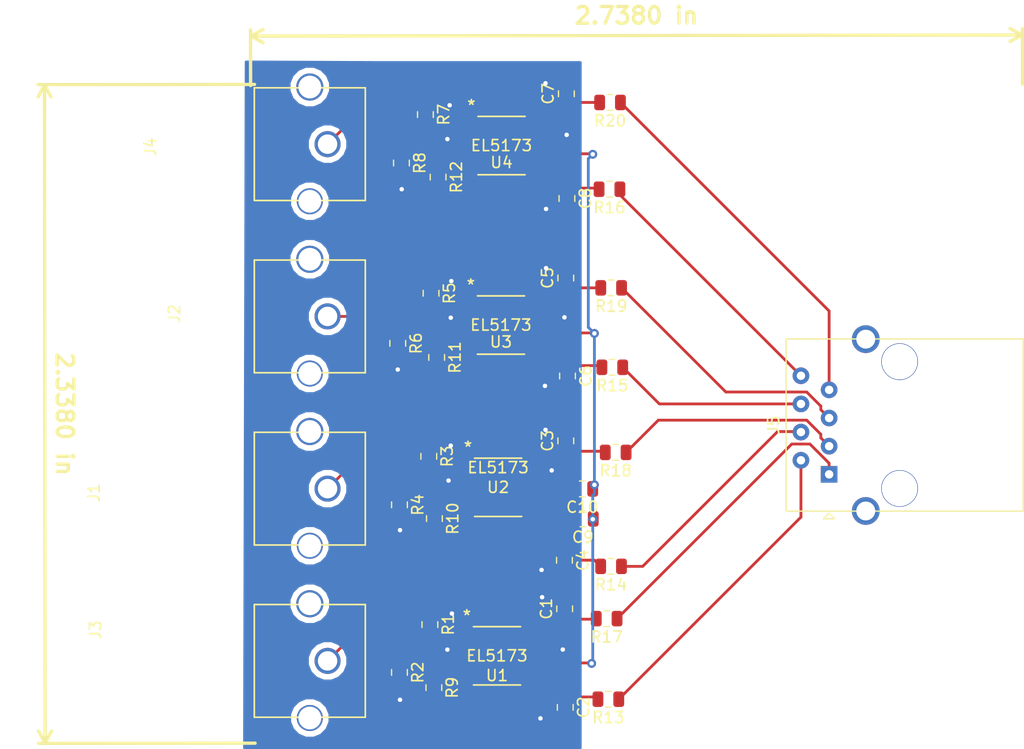
<source format=kicad_pcb>
(kicad_pcb (version 20171130) (host pcbnew "(5.0.0)")

  (general
    (thickness 1.6)
    (drawings 2)
    (tracks 193)
    (zones 0)
    (modules 39)
    (nets 31)
  )

  (page A4)
  (layers
    (0 F.Cu signal)
    (31 B.Cu signal)
    (32 B.Adhes user)
    (33 F.Adhes user)
    (34 B.Paste user)
    (35 F.Paste user)
    (36 B.SilkS user)
    (37 F.SilkS user)
    (38 B.Mask user)
    (39 F.Mask user)
    (40 Dwgs.User user)
    (41 Cmts.User user)
    (42 Eco1.User user)
    (43 Eco2.User user)
    (44 Edge.Cuts user)
    (45 Margin user)
    (46 B.CrtYd user)
    (47 F.CrtYd user)
    (48 B.Fab user)
    (49 F.Fab user)
  )

  (setup
    (last_trace_width 0.25)
    (trace_clearance 0.2)
    (zone_clearance 0.508)
    (zone_45_only no)
    (trace_min 0.2)
    (segment_width 0.2)
    (edge_width 0.15)
    (via_size 0.8)
    (via_drill 0.4)
    (via_min_size 0.4)
    (via_min_drill 0.3)
    (uvia_size 0.3)
    (uvia_drill 0.1)
    (uvias_allowed no)
    (uvia_min_size 0.2)
    (uvia_min_drill 0.1)
    (pcb_text_width 0.3)
    (pcb_text_size 1.5 1.5)
    (mod_edge_width 0.15)
    (mod_text_size 1 1)
    (mod_text_width 0.15)
    (pad_size 1.524 1.524)
    (pad_drill 0.762)
    (pad_to_mask_clearance 0.2)
    (aux_axis_origin 0 0)
    (visible_elements 7FFFFFFF)
    (pcbplotparams
      (layerselection 0x010fc_ffffffff)
      (usegerberextensions false)
      (usegerberattributes false)
      (usegerberadvancedattributes false)
      (creategerberjobfile false)
      (excludeedgelayer true)
      (linewidth 0.100000)
      (plotframeref false)
      (viasonmask false)
      (mode 1)
      (useauxorigin false)
      (hpglpennumber 1)
      (hpglpenspeed 20)
      (hpglpendiameter 15.000000)
      (psnegative false)
      (psa4output false)
      (plotreference true)
      (plotvalue true)
      (plotinvisibletext false)
      (padsonsilk false)
      (subtractmaskfromsilk false)
      (outputformat 1)
      (mirror false)
      (drillshape 1)
      (scaleselection 1)
      (outputdirectory ""))
  )

  (net 0 "")
  (net 1 "Net-(C1-Pad1)")
  (net 2 GND)
  (net 3 "Net-(C2-Pad1)")
  (net 4 "Net-(C3-Pad1)")
  (net 5 "Net-(C4-Pad1)")
  (net 6 "Net-(C5-Pad1)")
  (net 7 "Net-(C6-Pad1)")
  (net 8 "Net-(C7-Pad1)")
  (net 9 "Net-(C8-Pad1)")
  (net 10 +5V)
  (net 11 "Net-(J1-Pad1)")
  (net 12 "Net-(J2-Pad1)")
  (net 13 "Net-(J3-Pad1)")
  (net 14 "Net-(J4-Pad1)")
  (net 15 "Net-(J5-Pad1)")
  (net 16 "Net-(J5-Pad2)")
  (net 17 "Net-(J5-Pad3)")
  (net 18 "Net-(J5-Pad4)")
  (net 19 "Net-(J5-Pad5)")
  (net 20 "Net-(J5-Pad6)")
  (net 21 "Net-(J5-Pad7)")
  (net 22 "Net-(J5-Pad8)")
  (net 23 "Net-(R2-Pad1)")
  (net 24 "Net-(R4-Pad1)")
  (net 25 "Net-(R6-Pad1)")
  (net 26 "Net-(R8-Pad1)")
  (net 27 "Net-(R9-Pad1)")
  (net 28 "Net-(R10-Pad1)")
  (net 29 "Net-(R11-Pad1)")
  (net 30 "Net-(R12-Pad1)")

  (net_class Default "This is the default net class."
    (clearance 0.2)
    (trace_width 0.25)
    (via_dia 0.8)
    (via_drill 0.4)
    (uvia_dia 0.3)
    (uvia_drill 0.1)
    (add_net +5V)
    (add_net GND)
    (add_net "Net-(C1-Pad1)")
    (add_net "Net-(C2-Pad1)")
    (add_net "Net-(C3-Pad1)")
    (add_net "Net-(C4-Pad1)")
    (add_net "Net-(C5-Pad1)")
    (add_net "Net-(C6-Pad1)")
    (add_net "Net-(C7-Pad1)")
    (add_net "Net-(C8-Pad1)")
    (add_net "Net-(J1-Pad1)")
    (add_net "Net-(J2-Pad1)")
    (add_net "Net-(J3-Pad1)")
    (add_net "Net-(J4-Pad1)")
    (add_net "Net-(J5-Pad1)")
    (add_net "Net-(J5-Pad2)")
    (add_net "Net-(J5-Pad3)")
    (add_net "Net-(J5-Pad4)")
    (add_net "Net-(J5-Pad5)")
    (add_net "Net-(J5-Pad6)")
    (add_net "Net-(J5-Pad7)")
    (add_net "Net-(J5-Pad8)")
    (add_net "Net-(R10-Pad1)")
    (add_net "Net-(R11-Pad1)")
    (add_net "Net-(R12-Pad1)")
    (add_net "Net-(R2-Pad1)")
    (add_net "Net-(R4-Pad1)")
    (add_net "Net-(R6-Pad1)")
    (add_net "Net-(R8-Pad1)")
    (add_net "Net-(R9-Pad1)")
  )

  (module Capacitor_SMD:C_0805_2012Metric (layer F.Cu) (tedit 5B36C52B) (tstamp 5C7E3A55)
    (at 121.9708 136.3749 90)
    (descr "Capacitor SMD 0805 (2012 Metric), square (rectangular) end terminal, IPC_7351 nominal, (Body size source: https://docs.google.com/spreadsheets/d/1BsfQQcO9C6DZCsRaXUlFlo91Tg2WpOkGARC1WS5S8t0/edit?usp=sharing), generated with kicad-footprint-generator")
    (tags capacitor)
    (path /5C60BC87)
    (attr smd)
    (fp_text reference C1 (at 0 -1.65 90) (layer F.SilkS)
      (effects (font (size 1 1) (thickness 0.15)))
    )
    (fp_text value "1 pF" (at 0 1.65 90) (layer F.Fab)
      (effects (font (size 1 1) (thickness 0.15)))
    )
    (fp_line (start -1 0.6) (end -1 -0.6) (layer F.Fab) (width 0.1))
    (fp_line (start -1 -0.6) (end 1 -0.6) (layer F.Fab) (width 0.1))
    (fp_line (start 1 -0.6) (end 1 0.6) (layer F.Fab) (width 0.1))
    (fp_line (start 1 0.6) (end -1 0.6) (layer F.Fab) (width 0.1))
    (fp_line (start -0.258578 -0.71) (end 0.258578 -0.71) (layer F.SilkS) (width 0.12))
    (fp_line (start -0.258578 0.71) (end 0.258578 0.71) (layer F.SilkS) (width 0.12))
    (fp_line (start -1.68 0.95) (end -1.68 -0.95) (layer F.CrtYd) (width 0.05))
    (fp_line (start -1.68 -0.95) (end 1.68 -0.95) (layer F.CrtYd) (width 0.05))
    (fp_line (start 1.68 -0.95) (end 1.68 0.95) (layer F.CrtYd) (width 0.05))
    (fp_line (start 1.68 0.95) (end -1.68 0.95) (layer F.CrtYd) (width 0.05))
    (fp_text user %R (at 0 0 90) (layer F.Fab)
      (effects (font (size 0.5 0.5) (thickness 0.08)))
    )
    (pad 1 smd roundrect (at -0.9375 0 90) (size 0.975 1.4) (layers F.Cu F.Paste F.Mask) (roundrect_rratio 0.25)
      (net 1 "Net-(C1-Pad1)"))
    (pad 2 smd roundrect (at 0.9375 0 90) (size 0.975 1.4) (layers F.Cu F.Paste F.Mask) (roundrect_rratio 0.25)
      (net 2 GND))
    (model ${KISYS3DMOD}/Capacitor_SMD.3dshapes/C_0805_2012Metric.wrl
      (at (xyz 0 0 0))
      (scale (xyz 1 1 1))
      (rotate (xyz 0 0 0))
    )
  )

  (module Capacitor_SMD:C_0805_2012Metric (layer F.Cu) (tedit 5B36C52B) (tstamp 5C7DFC34)
    (at 122.0216 145.2603 270)
    (descr "Capacitor SMD 0805 (2012 Metric), square (rectangular) end terminal, IPC_7351 nominal, (Body size source: https://docs.google.com/spreadsheets/d/1BsfQQcO9C6DZCsRaXUlFlo91Tg2WpOkGARC1WS5S8t0/edit?usp=sharing), generated with kicad-footprint-generator")
    (tags capacitor)
    (path /5C60BC0F)
    (attr smd)
    (fp_text reference C2 (at 0 -1.65 270) (layer F.SilkS)
      (effects (font (size 1 1) (thickness 0.15)))
    )
    (fp_text value "1 pF " (at 0 1.65 270) (layer F.Fab)
      (effects (font (size 1 1) (thickness 0.15)))
    )
    (fp_line (start -1 0.6) (end -1 -0.6) (layer F.Fab) (width 0.1))
    (fp_line (start -1 -0.6) (end 1 -0.6) (layer F.Fab) (width 0.1))
    (fp_line (start 1 -0.6) (end 1 0.6) (layer F.Fab) (width 0.1))
    (fp_line (start 1 0.6) (end -1 0.6) (layer F.Fab) (width 0.1))
    (fp_line (start -0.258578 -0.71) (end 0.258578 -0.71) (layer F.SilkS) (width 0.12))
    (fp_line (start -0.258578 0.71) (end 0.258578 0.71) (layer F.SilkS) (width 0.12))
    (fp_line (start -1.68 0.95) (end -1.68 -0.95) (layer F.CrtYd) (width 0.05))
    (fp_line (start -1.68 -0.95) (end 1.68 -0.95) (layer F.CrtYd) (width 0.05))
    (fp_line (start 1.68 -0.95) (end 1.68 0.95) (layer F.CrtYd) (width 0.05))
    (fp_line (start 1.68 0.95) (end -1.68 0.95) (layer F.CrtYd) (width 0.05))
    (fp_text user %R (at 0 0 270) (layer F.Fab)
      (effects (font (size 0.5 0.5) (thickness 0.08)))
    )
    (pad 1 smd roundrect (at -0.9375 0 270) (size 0.975 1.4) (layers F.Cu F.Paste F.Mask) (roundrect_rratio 0.25)
      (net 3 "Net-(C2-Pad1)"))
    (pad 2 smd roundrect (at 0.9375 0 270) (size 0.975 1.4) (layers F.Cu F.Paste F.Mask) (roundrect_rratio 0.25)
      (net 2 GND))
    (model ${KISYS3DMOD}/Capacitor_SMD.3dshapes/C_0805_2012Metric.wrl
      (at (xyz 0 0 0))
      (scale (xyz 1 1 1))
      (rotate (xyz 0 0 0))
    )
  )

  (module Capacitor_SMD:C_0805_2012Metric (layer F.Cu) (tedit 5B36C52B) (tstamp 5C7DFC45)
    (at 122.0724 121.2365 90)
    (descr "Capacitor SMD 0805 (2012 Metric), square (rectangular) end terminal, IPC_7351 nominal, (Body size source: https://docs.google.com/spreadsheets/d/1BsfQQcO9C6DZCsRaXUlFlo91Tg2WpOkGARC1WS5S8t0/edit?usp=sharing), generated with kicad-footprint-generator")
    (tags capacitor)
    (path /5C6BCD9A)
    (attr smd)
    (fp_text reference C3 (at 0 -1.65 90) (layer F.SilkS)
      (effects (font (size 1 1) (thickness 0.15)))
    )
    (fp_text value "1 pF" (at 0 1.65 90) (layer F.Fab)
      (effects (font (size 1 1) (thickness 0.15)))
    )
    (fp_line (start -1 0.6) (end -1 -0.6) (layer F.Fab) (width 0.1))
    (fp_line (start -1 -0.6) (end 1 -0.6) (layer F.Fab) (width 0.1))
    (fp_line (start 1 -0.6) (end 1 0.6) (layer F.Fab) (width 0.1))
    (fp_line (start 1 0.6) (end -1 0.6) (layer F.Fab) (width 0.1))
    (fp_line (start -0.258578 -0.71) (end 0.258578 -0.71) (layer F.SilkS) (width 0.12))
    (fp_line (start -0.258578 0.71) (end 0.258578 0.71) (layer F.SilkS) (width 0.12))
    (fp_line (start -1.68 0.95) (end -1.68 -0.95) (layer F.CrtYd) (width 0.05))
    (fp_line (start -1.68 -0.95) (end 1.68 -0.95) (layer F.CrtYd) (width 0.05))
    (fp_line (start 1.68 -0.95) (end 1.68 0.95) (layer F.CrtYd) (width 0.05))
    (fp_line (start 1.68 0.95) (end -1.68 0.95) (layer F.CrtYd) (width 0.05))
    (fp_text user %R (at 0 0 90) (layer F.Fab)
      (effects (font (size 0.5 0.5) (thickness 0.08)))
    )
    (pad 1 smd roundrect (at -0.9375 0 90) (size 0.975 1.4) (layers F.Cu F.Paste F.Mask) (roundrect_rratio 0.25)
      (net 4 "Net-(C3-Pad1)"))
    (pad 2 smd roundrect (at 0.9375 0 90) (size 0.975 1.4) (layers F.Cu F.Paste F.Mask) (roundrect_rratio 0.25)
      (net 2 GND))
    (model ${KISYS3DMOD}/Capacitor_SMD.3dshapes/C_0805_2012Metric.wrl
      (at (xyz 0 0 0))
      (scale (xyz 1 1 1))
      (rotate (xyz 0 0 0))
    )
  )

  (module Capacitor_SMD:C_0805_2012Metric (layer F.Cu) (tedit 5B36C52B) (tstamp 5C7DFC56)
    (at 121.95 132 270)
    (descr "Capacitor SMD 0805 (2012 Metric), square (rectangular) end terminal, IPC_7351 nominal, (Body size source: https://docs.google.com/spreadsheets/d/1BsfQQcO9C6DZCsRaXUlFlo91Tg2WpOkGARC1WS5S8t0/edit?usp=sharing), generated with kicad-footprint-generator")
    (tags capacitor)
    (path /5C6BCD93)
    (attr smd)
    (fp_text reference C4 (at 0 -1.65 270) (layer F.SilkS)
      (effects (font (size 1 1) (thickness 0.15)))
    )
    (fp_text value "1 pF " (at 0 1.65 270) (layer F.Fab)
      (effects (font (size 1 1) (thickness 0.15)))
    )
    (fp_text user %R (at 0 0 270) (layer F.Fab)
      (effects (font (size 0.5 0.5) (thickness 0.08)))
    )
    (fp_line (start 1.68 0.95) (end -1.68 0.95) (layer F.CrtYd) (width 0.05))
    (fp_line (start 1.68 -0.95) (end 1.68 0.95) (layer F.CrtYd) (width 0.05))
    (fp_line (start -1.68 -0.95) (end 1.68 -0.95) (layer F.CrtYd) (width 0.05))
    (fp_line (start -1.68 0.95) (end -1.68 -0.95) (layer F.CrtYd) (width 0.05))
    (fp_line (start -0.258578 0.71) (end 0.258578 0.71) (layer F.SilkS) (width 0.12))
    (fp_line (start -0.258578 -0.71) (end 0.258578 -0.71) (layer F.SilkS) (width 0.12))
    (fp_line (start 1 0.6) (end -1 0.6) (layer F.Fab) (width 0.1))
    (fp_line (start 1 -0.6) (end 1 0.6) (layer F.Fab) (width 0.1))
    (fp_line (start -1 -0.6) (end 1 -0.6) (layer F.Fab) (width 0.1))
    (fp_line (start -1 0.6) (end -1 -0.6) (layer F.Fab) (width 0.1))
    (pad 2 smd roundrect (at 0.9375 0 270) (size 0.975 1.4) (layers F.Cu F.Paste F.Mask) (roundrect_rratio 0.25)
      (net 2 GND))
    (pad 1 smd roundrect (at -0.9375 0 270) (size 0.975 1.4) (layers F.Cu F.Paste F.Mask) (roundrect_rratio 0.25)
      (net 5 "Net-(C4-Pad1)"))
    (model ${KISYS3DMOD}/Capacitor_SMD.3dshapes/C_0805_2012Metric.wrl
      (at (xyz 0 0 0))
      (scale (xyz 1 1 1))
      (rotate (xyz 0 0 0))
    )
  )

  (module Capacitor_SMD:C_0805_2012Metric (layer F.Cu) (tedit 5B36C52B) (tstamp 5C7E5236)
    (at 122.0724 106.5553 90)
    (descr "Capacitor SMD 0805 (2012 Metric), square (rectangular) end terminal, IPC_7351 nominal, (Body size source: https://docs.google.com/spreadsheets/d/1BsfQQcO9C6DZCsRaXUlFlo91Tg2WpOkGARC1WS5S8t0/edit?usp=sharing), generated with kicad-footprint-generator")
    (tags capacitor)
    (path /5C6BDC1F)
    (attr smd)
    (fp_text reference C5 (at 0 -1.65 90) (layer F.SilkS)
      (effects (font (size 1 1) (thickness 0.15)))
    )
    (fp_text value "1 pF" (at 0 1.65 90) (layer F.Fab)
      (effects (font (size 1 1) (thickness 0.15)))
    )
    (fp_line (start -1 0.6) (end -1 -0.6) (layer F.Fab) (width 0.1))
    (fp_line (start -1 -0.6) (end 1 -0.6) (layer F.Fab) (width 0.1))
    (fp_line (start 1 -0.6) (end 1 0.6) (layer F.Fab) (width 0.1))
    (fp_line (start 1 0.6) (end -1 0.6) (layer F.Fab) (width 0.1))
    (fp_line (start -0.258578 -0.71) (end 0.258578 -0.71) (layer F.SilkS) (width 0.12))
    (fp_line (start -0.258578 0.71) (end 0.258578 0.71) (layer F.SilkS) (width 0.12))
    (fp_line (start -1.68 0.95) (end -1.68 -0.95) (layer F.CrtYd) (width 0.05))
    (fp_line (start -1.68 -0.95) (end 1.68 -0.95) (layer F.CrtYd) (width 0.05))
    (fp_line (start 1.68 -0.95) (end 1.68 0.95) (layer F.CrtYd) (width 0.05))
    (fp_line (start 1.68 0.95) (end -1.68 0.95) (layer F.CrtYd) (width 0.05))
    (fp_text user %R (at 0 0 90) (layer F.Fab)
      (effects (font (size 0.5 0.5) (thickness 0.08)))
    )
    (pad 1 smd roundrect (at -0.9375 0 90) (size 0.975 1.4) (layers F.Cu F.Paste F.Mask) (roundrect_rratio 0.25)
      (net 6 "Net-(C5-Pad1)"))
    (pad 2 smd roundrect (at 0.9375 0 90) (size 0.975 1.4) (layers F.Cu F.Paste F.Mask) (roundrect_rratio 0.25)
      (net 2 GND))
    (model ${KISYS3DMOD}/Capacitor_SMD.3dshapes/C_0805_2012Metric.wrl
      (at (xyz 0 0 0))
      (scale (xyz 1 1 1))
      (rotate (xyz 0 0 0))
    )
  )

  (module Capacitor_SMD:C_0805_2012Metric (layer F.Cu) (tedit 5B36C52B) (tstamp 5C7DFC78)
    (at 122.2248 115.3899 270)
    (descr "Capacitor SMD 0805 (2012 Metric), square (rectangular) end terminal, IPC_7351 nominal, (Body size source: https://docs.google.com/spreadsheets/d/1BsfQQcO9C6DZCsRaXUlFlo91Tg2WpOkGARC1WS5S8t0/edit?usp=sharing), generated with kicad-footprint-generator")
    (tags capacitor)
    (path /5C6BDC18)
    (attr smd)
    (fp_text reference C6 (at 0 -1.65 270) (layer F.SilkS)
      (effects (font (size 1 1) (thickness 0.15)))
    )
    (fp_text value "1 pF " (at 0 1.65 270) (layer F.Fab)
      (effects (font (size 1 1) (thickness 0.15)))
    )
    (fp_text user %R (at 0 0 270) (layer F.Fab)
      (effects (font (size 0.5 0.5) (thickness 0.08)))
    )
    (fp_line (start 1.68 0.95) (end -1.68 0.95) (layer F.CrtYd) (width 0.05))
    (fp_line (start 1.68 -0.95) (end 1.68 0.95) (layer F.CrtYd) (width 0.05))
    (fp_line (start -1.68 -0.95) (end 1.68 -0.95) (layer F.CrtYd) (width 0.05))
    (fp_line (start -1.68 0.95) (end -1.68 -0.95) (layer F.CrtYd) (width 0.05))
    (fp_line (start -0.258578 0.71) (end 0.258578 0.71) (layer F.SilkS) (width 0.12))
    (fp_line (start -0.258578 -0.71) (end 0.258578 -0.71) (layer F.SilkS) (width 0.12))
    (fp_line (start 1 0.6) (end -1 0.6) (layer F.Fab) (width 0.1))
    (fp_line (start 1 -0.6) (end 1 0.6) (layer F.Fab) (width 0.1))
    (fp_line (start -1 -0.6) (end 1 -0.6) (layer F.Fab) (width 0.1))
    (fp_line (start -1 0.6) (end -1 -0.6) (layer F.Fab) (width 0.1))
    (pad 2 smd roundrect (at 0.9375 0 270) (size 0.975 1.4) (layers F.Cu F.Paste F.Mask) (roundrect_rratio 0.25)
      (net 2 GND))
    (pad 1 smd roundrect (at -0.9375 0 270) (size 0.975 1.4) (layers F.Cu F.Paste F.Mask) (roundrect_rratio 0.25)
      (net 7 "Net-(C6-Pad1)"))
    (model ${KISYS3DMOD}/Capacitor_SMD.3dshapes/C_0805_2012Metric.wrl
      (at (xyz 0 0 0))
      (scale (xyz 1 1 1))
      (rotate (xyz 0 0 0))
    )
  )

  (module Capacitor_SMD:C_0805_2012Metric (layer F.Cu) (tedit 5B36C52B) (tstamp 5C7DFC89)
    (at 122.1232 89.9437 90)
    (descr "Capacitor SMD 0805 (2012 Metric), square (rectangular) end terminal, IPC_7351 nominal, (Body size source: https://docs.google.com/spreadsheets/d/1BsfQQcO9C6DZCsRaXUlFlo91Tg2WpOkGARC1WS5S8t0/edit?usp=sharing), generated with kicad-footprint-generator")
    (tags capacitor)
    (path /5C6CE4CF)
    (attr smd)
    (fp_text reference C7 (at 0 -1.65 90) (layer F.SilkS)
      (effects (font (size 1 1) (thickness 0.15)))
    )
    (fp_text value "1 pF" (at 0 1.65 90) (layer F.Fab)
      (effects (font (size 1 1) (thickness 0.15)))
    )
    (fp_line (start -1 0.6) (end -1 -0.6) (layer F.Fab) (width 0.1))
    (fp_line (start -1 -0.6) (end 1 -0.6) (layer F.Fab) (width 0.1))
    (fp_line (start 1 -0.6) (end 1 0.6) (layer F.Fab) (width 0.1))
    (fp_line (start 1 0.6) (end -1 0.6) (layer F.Fab) (width 0.1))
    (fp_line (start -0.258578 -0.71) (end 0.258578 -0.71) (layer F.SilkS) (width 0.12))
    (fp_line (start -0.258578 0.71) (end 0.258578 0.71) (layer F.SilkS) (width 0.12))
    (fp_line (start -1.68 0.95) (end -1.68 -0.95) (layer F.CrtYd) (width 0.05))
    (fp_line (start -1.68 -0.95) (end 1.68 -0.95) (layer F.CrtYd) (width 0.05))
    (fp_line (start 1.68 -0.95) (end 1.68 0.95) (layer F.CrtYd) (width 0.05))
    (fp_line (start 1.68 0.95) (end -1.68 0.95) (layer F.CrtYd) (width 0.05))
    (fp_text user %R (at 0 0 90) (layer F.Fab)
      (effects (font (size 0.5 0.5) (thickness 0.08)))
    )
    (pad 1 smd roundrect (at -0.9375 0 90) (size 0.975 1.4) (layers F.Cu F.Paste F.Mask) (roundrect_rratio 0.25)
      (net 8 "Net-(C7-Pad1)"))
    (pad 2 smd roundrect (at 0.9375 0 90) (size 0.975 1.4) (layers F.Cu F.Paste F.Mask) (roundrect_rratio 0.25)
      (net 2 GND))
    (model ${KISYS3DMOD}/Capacitor_SMD.3dshapes/C_0805_2012Metric.wrl
      (at (xyz 0 0 0))
      (scale (xyz 1 1 1))
      (rotate (xyz 0 0 0))
    )
  )

  (module Capacitor_SMD:C_0805_2012Metric (layer F.Cu) (tedit 5B36C52B) (tstamp 5C7E78BA)
    (at 122.174 99.3879 270)
    (descr "Capacitor SMD 0805 (2012 Metric), square (rectangular) end terminal, IPC_7351 nominal, (Body size source: https://docs.google.com/spreadsheets/d/1BsfQQcO9C6DZCsRaXUlFlo91Tg2WpOkGARC1WS5S8t0/edit?usp=sharing), generated with kicad-footprint-generator")
    (tags capacitor)
    (path /5C6CE4C8)
    (attr smd)
    (fp_text reference C8 (at 0 -1.65 270) (layer F.SilkS)
      (effects (font (size 1 1) (thickness 0.15)))
    )
    (fp_text value "1 pF " (at 0 1.65 270) (layer F.Fab)
      (effects (font (size 1 1) (thickness 0.15)))
    )
    (fp_text user %R (at 0 0 270) (layer F.Fab)
      (effects (font (size 0.5 0.5) (thickness 0.08)))
    )
    (fp_line (start 1.68 0.95) (end -1.68 0.95) (layer F.CrtYd) (width 0.05))
    (fp_line (start 1.68 -0.95) (end 1.68 0.95) (layer F.CrtYd) (width 0.05))
    (fp_line (start -1.68 -0.95) (end 1.68 -0.95) (layer F.CrtYd) (width 0.05))
    (fp_line (start -1.68 0.95) (end -1.68 -0.95) (layer F.CrtYd) (width 0.05))
    (fp_line (start -0.258578 0.71) (end 0.258578 0.71) (layer F.SilkS) (width 0.12))
    (fp_line (start -0.258578 -0.71) (end 0.258578 -0.71) (layer F.SilkS) (width 0.12))
    (fp_line (start 1 0.6) (end -1 0.6) (layer F.Fab) (width 0.1))
    (fp_line (start 1 -0.6) (end 1 0.6) (layer F.Fab) (width 0.1))
    (fp_line (start -1 -0.6) (end 1 -0.6) (layer F.Fab) (width 0.1))
    (fp_line (start -1 0.6) (end -1 -0.6) (layer F.Fab) (width 0.1))
    (pad 2 smd roundrect (at 0.9375 0 270) (size 0.975 1.4) (layers F.Cu F.Paste F.Mask) (roundrect_rratio 0.25)
      (net 2 GND))
    (pad 1 smd roundrect (at -0.9375 0 270) (size 0.975 1.4) (layers F.Cu F.Paste F.Mask) (roundrect_rratio 0.25)
      (net 9 "Net-(C8-Pad1)"))
    (model ${KISYS3DMOD}/Capacitor_SMD.3dshapes/C_0805_2012Metric.wrl
      (at (xyz 0 0 0))
      (scale (xyz 1 1 1))
      (rotate (xyz 0 0 0))
    )
  )

  (module Capacitor_SMD:C_0805_2012Metric (layer F.Cu) (tedit 5B36C52B) (tstamp 5C7DFCAB)
    (at 123.607713 128.264923 180)
    (descr "Capacitor SMD 0805 (2012 Metric), square (rectangular) end terminal, IPC_7351 nominal, (Body size source: https://docs.google.com/spreadsheets/d/1BsfQQcO9C6DZCsRaXUlFlo91Tg2WpOkGARC1WS5S8t0/edit?usp=sharing), generated with kicad-footprint-generator")
    (tags capacitor)
    (path /5C68D859)
    (attr smd)
    (fp_text reference C9 (at 0 -1.65 180) (layer F.SilkS)
      (effects (font (size 1 1) (thickness 0.15)))
    )
    (fp_text value "4.7 uF" (at 0 1.65 180) (layer F.Fab)
      (effects (font (size 1 1) (thickness 0.15)))
    )
    (fp_text user %R (at 0 0 180) (layer F.Fab)
      (effects (font (size 0.5 0.5) (thickness 0.08)))
    )
    (fp_line (start 1.68 0.95) (end -1.68 0.95) (layer F.CrtYd) (width 0.05))
    (fp_line (start 1.68 -0.95) (end 1.68 0.95) (layer F.CrtYd) (width 0.05))
    (fp_line (start -1.68 -0.95) (end 1.68 -0.95) (layer F.CrtYd) (width 0.05))
    (fp_line (start -1.68 0.95) (end -1.68 -0.95) (layer F.CrtYd) (width 0.05))
    (fp_line (start -0.258578 0.71) (end 0.258578 0.71) (layer F.SilkS) (width 0.12))
    (fp_line (start -0.258578 -0.71) (end 0.258578 -0.71) (layer F.SilkS) (width 0.12))
    (fp_line (start 1 0.6) (end -1 0.6) (layer F.Fab) (width 0.1))
    (fp_line (start 1 -0.6) (end 1 0.6) (layer F.Fab) (width 0.1))
    (fp_line (start -1 -0.6) (end 1 -0.6) (layer F.Fab) (width 0.1))
    (fp_line (start -1 0.6) (end -1 -0.6) (layer F.Fab) (width 0.1))
    (pad 2 smd roundrect (at 0.9375 0 180) (size 0.975 1.4) (layers F.Cu F.Paste F.Mask) (roundrect_rratio 0.25)
      (net 2 GND))
    (pad 1 smd roundrect (at -0.9375 0 180) (size 0.975 1.4) (layers F.Cu F.Paste F.Mask) (roundrect_rratio 0.25)
      (net 10 +5V))
    (model ${KISYS3DMOD}/Capacitor_SMD.3dshapes/C_0805_2012Metric.wrl
      (at (xyz 0 0 0))
      (scale (xyz 1 1 1))
      (rotate (xyz 0 0 0))
    )
  )

  (module Capacitor_SMD:C_0805_2012Metric (layer F.Cu) (tedit 5B36C52B) (tstamp 5C7DFCBC)
    (at 123.557713 125.564923 180)
    (descr "Capacitor SMD 0805 (2012 Metric), square (rectangular) end terminal, IPC_7351 nominal, (Body size source: https://docs.google.com/spreadsheets/d/1BsfQQcO9C6DZCsRaXUlFlo91Tg2WpOkGARC1WS5S8t0/edit?usp=sharing), generated with kicad-footprint-generator")
    (tags capacitor)
    (path /5C68D850)
    (attr smd)
    (fp_text reference C10 (at 0 -1.65 180) (layer F.SilkS)
      (effects (font (size 1 1) (thickness 0.15)))
    )
    (fp_text value "0.1 uF" (at 0 1.65 180) (layer F.Fab)
      (effects (font (size 1 1) (thickness 0.15)))
    )
    (fp_line (start -1 0.6) (end -1 -0.6) (layer F.Fab) (width 0.1))
    (fp_line (start -1 -0.6) (end 1 -0.6) (layer F.Fab) (width 0.1))
    (fp_line (start 1 -0.6) (end 1 0.6) (layer F.Fab) (width 0.1))
    (fp_line (start 1 0.6) (end -1 0.6) (layer F.Fab) (width 0.1))
    (fp_line (start -0.258578 -0.71) (end 0.258578 -0.71) (layer F.SilkS) (width 0.12))
    (fp_line (start -0.258578 0.71) (end 0.258578 0.71) (layer F.SilkS) (width 0.12))
    (fp_line (start -1.68 0.95) (end -1.68 -0.95) (layer F.CrtYd) (width 0.05))
    (fp_line (start -1.68 -0.95) (end 1.68 -0.95) (layer F.CrtYd) (width 0.05))
    (fp_line (start 1.68 -0.95) (end 1.68 0.95) (layer F.CrtYd) (width 0.05))
    (fp_line (start 1.68 0.95) (end -1.68 0.95) (layer F.CrtYd) (width 0.05))
    (fp_text user %R (at 0 0 180) (layer F.Fab)
      (effects (font (size 0.5 0.5) (thickness 0.08)))
    )
    (pad 1 smd roundrect (at -0.9375 0 180) (size 0.975 1.4) (layers F.Cu F.Paste F.Mask) (roundrect_rratio 0.25)
      (net 10 +5V))
    (pad 2 smd roundrect (at 0.9375 0 180) (size 0.975 1.4) (layers F.Cu F.Paste F.Mask) (roundrect_rratio 0.25)
      (net 2 GND))
    (model ${KISYS3DMOD}/Capacitor_SMD.3dshapes/C_0805_2012Metric.wrl
      (at (xyz 0 0 0))
      (scale (xyz 1 1 1))
      (rotate (xyz 0 0 0))
    )
  )

  (module rov:RCA_Jack (layer F.Cu) (tedit 5BD0D202) (tstamp 5C7DFD2D)
    (at 99.0092 125.543732 270)
    (path /5C6AA772)
    (fp_text reference J1 (at 0.364334 19.431 270) (layer F.SilkS)
      (effects (font (size 1 1) (thickness 0.15)))
    )
    (fp_text value Conn_01x01 (at 1.634334 13.081 270) (layer F.Fab)
      (effects (font (size 1 1) (thickness 0.15)))
    )
    (fp_line (start -5.08 -5) (end -5.08 5) (layer F.SilkS) (width 0.15))
    (fp_line (start -5.08 5) (end 5.08 5) (layer F.SilkS) (width 0.15))
    (fp_line (start 5.08 5) (end 5.08 -5) (layer F.SilkS) (width 0.15))
    (fp_line (start 5.08 -5) (end -5.08 -5) (layer F.SilkS) (width 0.15))
    (pad 2 thru_hole circle (at -5.15 0 270) (size 2.45 2.45) (drill 2.05) (layers *.Cu *.Mask))
    (pad 1 thru_hole circle (at 0 -1.6 270) (size 2.35 2.35) (drill 1.75) (layers *.Cu *.Mask)
      (net 11 "Net-(J1-Pad1)"))
    (pad 2 thru_hole circle (at 5.15 0 270) (size 2.35 2.35) (drill 2.05) (layers *.Cu *.Mask))
  )

  (module rov:RCA_Jack (layer F.Cu) (tedit 5BD0D202) (tstamp 5C7DFD38)
    (at 99.0092 110.015866 270)
    (path /5C6AE48A)
    (fp_text reference J2 (at -0.237333 12.192 270) (layer F.SilkS)
      (effects (font (size 1 1) (thickness 0.15)))
    )
    (fp_text value Conn_01x01 (at -0.237333 8.763 270) (layer F.Fab)
      (effects (font (size 1 1) (thickness 0.15)))
    )
    (fp_line (start 5.08 -5) (end -5.08 -5) (layer F.SilkS) (width 0.15))
    (fp_line (start 5.08 5) (end 5.08 -5) (layer F.SilkS) (width 0.15))
    (fp_line (start -5.08 5) (end 5.08 5) (layer F.SilkS) (width 0.15))
    (fp_line (start -5.08 -5) (end -5.08 5) (layer F.SilkS) (width 0.15))
    (pad 2 thru_hole circle (at 5.15 0 270) (size 2.35 2.35) (drill 2.05) (layers *.Cu *.Mask))
    (pad 1 thru_hole circle (at 0 -1.6 270) (size 2.35 2.35) (drill 1.75) (layers *.Cu *.Mask)
      (net 12 "Net-(J2-Pad1)"))
    (pad 2 thru_hole circle (at -5.15 0 270) (size 2.45 2.45) (drill 2.05) (layers *.Cu *.Mask))
  )

  (module rov:RCA_Jack (layer F.Cu) (tedit 5BD0D202) (tstamp 5C7E6D20)
    (at 99.0092 141.0716 270)
    (path /5C6AA576)
    (fp_text reference J3 (at -2.794 19.304 270) (layer F.SilkS)
      (effects (font (size 1 1) (thickness 0.15)))
    )
    (fp_text value Conn_01x01 (at -2.286 16.891 270) (layer F.Fab)
      (effects (font (size 1 1) (thickness 0.15)))
    )
    (fp_line (start 5.08 -5) (end -5.08 -5) (layer F.SilkS) (width 0.15))
    (fp_line (start 5.08 5) (end 5.08 -5) (layer F.SilkS) (width 0.15))
    (fp_line (start -5.08 5) (end 5.08 5) (layer F.SilkS) (width 0.15))
    (fp_line (start -5.08 -5) (end -5.08 5) (layer F.SilkS) (width 0.15))
    (pad 2 thru_hole circle (at 5.15 0 270) (size 2.35 2.35) (drill 2.05) (layers *.Cu *.Mask))
    (pad 1 thru_hole circle (at 0 -1.6 270) (size 2.35 2.35) (drill 1.75) (layers *.Cu *.Mask)
      (net 13 "Net-(J3-Pad1)"))
    (pad 2 thru_hole circle (at -5.15 0 270) (size 2.45 2.45) (drill 2.05) (layers *.Cu *.Mask))
  )

  (module rov:RCA_Jack (layer F.Cu) (tedit 5BD0D202) (tstamp 5C7DFD4E)
    (at 99.0092 94.488 270)
    (path /5C6B21A5)
    (fp_text reference J4 (at 0.254 14.351 270) (layer F.SilkS)
      (effects (font (size 1 1) (thickness 0.15)))
    )
    (fp_text value Conn_01x01 (at -0.508 11.43 270) (layer F.Fab)
      (effects (font (size 1 1) (thickness 0.15)))
    )
    (fp_line (start -5.08 -5) (end -5.08 5) (layer F.SilkS) (width 0.15))
    (fp_line (start -5.08 5) (end 5.08 5) (layer F.SilkS) (width 0.15))
    (fp_line (start 5.08 5) (end 5.08 -5) (layer F.SilkS) (width 0.15))
    (fp_line (start 5.08 -5) (end -5.08 -5) (layer F.SilkS) (width 0.15))
    (pad 2 thru_hole circle (at -5.15 0 270) (size 2.45 2.45) (drill 2.05) (layers *.Cu *.Mask))
    (pad 1 thru_hole circle (at 0 -1.6 270) (size 2.35 2.35) (drill 1.75) (layers *.Cu *.Mask)
      (net 14 "Net-(J4-Pad1)"))
    (pad 2 thru_hole circle (at 5.15 0 270) (size 2.35 2.35) (drill 2.05) (layers *.Cu *.Mask))
  )

  (module rov:RJ45_Amphenol_54602-x08_Horizontal (layer F.Cu) (tedit 5BBE9400) (tstamp 5C7DFD6F)
    (at 145.796 124.2568 90)
    (descr "8 Pol Shallow Latch Connector, Modjack, RJ45 (https://cdn.amphenol-icc.com/media/wysiwyg/files/drawing/c-bmj-0102.pdf)")
    (tags RJ45)
    (path /5C6A2664)
    (fp_text reference J5 (at 4.445 -5 90) (layer F.SilkS)
      (effects (font (size 1 1) (thickness 0.15)))
    )
    (fp_text value RJ45 (at 4.445 4 90) (layer F.Fab)
      (effects (font (size 1 1) (thickness 0.15)))
    )
    (fp_text user %R (at 4.445 2 90) (layer F.Fab)
      (effects (font (size 1 1) (thickness 0.15)))
    )
    (fp_line (start -4 0.5) (end -3.5 0) (layer F.SilkS) (width 0.12))
    (fp_line (start -4 -0.5) (end -4 0.5) (layer F.SilkS) (width 0.12))
    (fp_line (start -3.5 0) (end -4 -0.5) (layer F.SilkS) (width 0.12))
    (fp_line (start -3.205 17.48) (end -3.205 -2.77) (layer F.Fab) (width 0.12))
    (fp_line (start 12.095 17.372) (end -3.205 17.372) (layer F.Fab) (width 0.12))
    (fp_line (start 12.095 -3.77) (end 12.095 17.48) (layer F.Fab) (width 0.12))
    (fp_line (start -2.205 -3.77) (end 12.095 -3.77) (layer F.Fab) (width 0.12))
    (fp_line (start -3.205 -2.77) (end -2.205 -3.77) (layer F.Fab) (width 0.12))
    (fp_line (start -3.315 17.48) (end 12.205 17.48) (layer F.SilkS) (width 0.12))
    (fp_line (start 12.205 -3.88) (end 12.205 17.48) (layer F.SilkS) (width 0.12))
    (fp_line (start 12.205 -3.88) (end -3.315 -3.88) (layer F.SilkS) (width 0.12))
    (fp_line (start -3.315 -3.88) (end -3.315 17.48) (layer F.SilkS) (width 0.12))
    (fp_line (start -3.71 -4.27) (end 12.6 -4.27) (layer F.CrtYd) (width 0.05))
    (fp_line (start -3.71 -4.27) (end -3.71 14.47) (layer F.CrtYd) (width 0.05))
    (fp_line (start 12.6 14.47) (end 12.6 -4.27) (layer F.CrtYd) (width 0.05))
    (fp_line (start 12.6 14.47) (end -3.71 14.47) (layer F.CrtYd) (width 0.05))
    (pad "" np_thru_hole circle (at 10.16 6.35 90) (size 3.3 3.3) (drill 3.2) (layers *.Cu *.Mask))
    (pad "" np_thru_hole circle (at -1.27 6.35 90) (size 3.3 3.3) (drill 3.2) (layers *.Cu *.Mask))
    (pad 1 thru_hole rect (at 0 0 90) (size 1.5 1.5) (drill 0.76) (layers *.Cu *.Mask)
      (net 15 "Net-(J5-Pad1)"))
    (pad 2 thru_hole circle (at 1.27 -2.54 90) (size 1.5 1.5) (drill 0.76) (layers *.Cu *.Mask)
      (net 16 "Net-(J5-Pad2)"))
    (pad 3 thru_hole circle (at 2.54 0 90) (size 1.5 1.5) (drill 0.76) (layers *.Cu *.Mask)
      (net 17 "Net-(J5-Pad3)"))
    (pad 4 thru_hole circle (at 3.81 -2.54 90) (size 1.5 1.5) (drill 0.76) (layers *.Cu *.Mask)
      (net 18 "Net-(J5-Pad4)"))
    (pad 5 thru_hole circle (at 5.08 0 90) (size 1.5 1.5) (drill 0.76) (layers *.Cu *.Mask)
      (net 19 "Net-(J5-Pad5)"))
    (pad 6 thru_hole circle (at 6.35 -2.54 90) (size 1.5 1.5) (drill 0.76) (layers *.Cu *.Mask)
      (net 20 "Net-(J5-Pad6)"))
    (pad 7 thru_hole circle (at 7.62 0 90) (size 1.5 1.5) (drill 0.76) (layers *.Cu *.Mask)
      (net 21 "Net-(J5-Pad7)"))
    (pad 8 thru_hole circle (at 8.89 -2.54 90) (size 1.5 1.5) (drill 0.76) (layers *.Cu *.Mask)
      (net 22 "Net-(J5-Pad8)"))
    (pad 9 thru_hole circle (at -3.3 3.3 90) (size 2.5 2.5) (drill 1.7) (layers *.Cu *.Mask))
    (pad 10 thru_hole circle (at 12.19 3.3 90) (size 2.5 2.5) (drill 1.7) (layers *.Cu *.Mask))
    (model ${KISYS3DMOD}/Connector_RJ.3dshapes/RJ45_Amphenol_54602-x08_Horizontal.wrl
      (at (xyz 0 0 0))
      (scale (xyz 1 1 1))
      (rotate (xyz 0 0 0))
    )
  )

  (module Resistor_SMD:R_0805_2012Metric (layer F.Cu) (tedit 5B36C52B) (tstamp 5C7DFD80)
    (at 109.8296 137.7973 270)
    (descr "Resistor SMD 0805 (2012 Metric), square (rectangular) end terminal, IPC_7351 nominal, (Body size source: https://docs.google.com/spreadsheets/d/1BsfQQcO9C6DZCsRaXUlFlo91Tg2WpOkGARC1WS5S8t0/edit?usp=sharing), generated with kicad-footprint-generator")
    (tags resistor)
    (path /5C60A50F)
    (attr smd)
    (fp_text reference R1 (at 0 -1.65 270) (layer F.SilkS)
      (effects (font (size 1 1) (thickness 0.15)))
    )
    (fp_text value 50 (at 0 1.65 270) (layer F.Fab)
      (effects (font (size 1 1) (thickness 0.15)))
    )
    (fp_line (start -1 0.6) (end -1 -0.6) (layer F.Fab) (width 0.1))
    (fp_line (start -1 -0.6) (end 1 -0.6) (layer F.Fab) (width 0.1))
    (fp_line (start 1 -0.6) (end 1 0.6) (layer F.Fab) (width 0.1))
    (fp_line (start 1 0.6) (end -1 0.6) (layer F.Fab) (width 0.1))
    (fp_line (start -0.258578 -0.71) (end 0.258578 -0.71) (layer F.SilkS) (width 0.12))
    (fp_line (start -0.258578 0.71) (end 0.258578 0.71) (layer F.SilkS) (width 0.12))
    (fp_line (start -1.68 0.95) (end -1.68 -0.95) (layer F.CrtYd) (width 0.05))
    (fp_line (start -1.68 -0.95) (end 1.68 -0.95) (layer F.CrtYd) (width 0.05))
    (fp_line (start 1.68 -0.95) (end 1.68 0.95) (layer F.CrtYd) (width 0.05))
    (fp_line (start 1.68 0.95) (end -1.68 0.95) (layer F.CrtYd) (width 0.05))
    (fp_text user %R (at 0 0 270) (layer F.Fab)
      (effects (font (size 0.5 0.5) (thickness 0.08)))
    )
    (pad 1 smd roundrect (at -0.9375 0 270) (size 0.975 1.4) (layers F.Cu F.Paste F.Mask) (roundrect_rratio 0.25)
      (net 2 GND))
    (pad 2 smd roundrect (at 0.9375 0 270) (size 0.975 1.4) (layers F.Cu F.Paste F.Mask) (roundrect_rratio 0.25)
      (net 13 "Net-(J3-Pad1)"))
    (model ${KISYS3DMOD}/Resistor_SMD.3dshapes/R_0805_2012Metric.wrl
      (at (xyz 0 0 0))
      (scale (xyz 1 1 1))
      (rotate (xyz 0 0 0))
    )
  )

  (module Resistor_SMD:R_0805_2012Metric (layer F.Cu) (tedit 5B36C52B) (tstamp 5C7DFD91)
    (at 107.0864 142.1107 270)
    (descr "Resistor SMD 0805 (2012 Metric), square (rectangular) end terminal, IPC_7351 nominal, (Body size source: https://docs.google.com/spreadsheets/d/1BsfQQcO9C6DZCsRaXUlFlo91Tg2WpOkGARC1WS5S8t0/edit?usp=sharing), generated with kicad-footprint-generator")
    (tags resistor)
    (path /5C60A59B)
    (attr smd)
    (fp_text reference R2 (at 0 -1.65 270) (layer F.SilkS)
      (effects (font (size 1 1) (thickness 0.15)))
    )
    (fp_text value 50 (at 0 1.65 270) (layer F.Fab)
      (effects (font (size 1 1) (thickness 0.15)))
    )
    (fp_line (start -1 0.6) (end -1 -0.6) (layer F.Fab) (width 0.1))
    (fp_line (start -1 -0.6) (end 1 -0.6) (layer F.Fab) (width 0.1))
    (fp_line (start 1 -0.6) (end 1 0.6) (layer F.Fab) (width 0.1))
    (fp_line (start 1 0.6) (end -1 0.6) (layer F.Fab) (width 0.1))
    (fp_line (start -0.258578 -0.71) (end 0.258578 -0.71) (layer F.SilkS) (width 0.12))
    (fp_line (start -0.258578 0.71) (end 0.258578 0.71) (layer F.SilkS) (width 0.12))
    (fp_line (start -1.68 0.95) (end -1.68 -0.95) (layer F.CrtYd) (width 0.05))
    (fp_line (start -1.68 -0.95) (end 1.68 -0.95) (layer F.CrtYd) (width 0.05))
    (fp_line (start 1.68 -0.95) (end 1.68 0.95) (layer F.CrtYd) (width 0.05))
    (fp_line (start 1.68 0.95) (end -1.68 0.95) (layer F.CrtYd) (width 0.05))
    (fp_text user %R (at 0 0 270) (layer F.Fab)
      (effects (font (size 0.5 0.5) (thickness 0.08)))
    )
    (pad 1 smd roundrect (at -0.9375 0 270) (size 0.975 1.4) (layers F.Cu F.Paste F.Mask) (roundrect_rratio 0.25)
      (net 23 "Net-(R2-Pad1)"))
    (pad 2 smd roundrect (at 0.9375 0 270) (size 0.975 1.4) (layers F.Cu F.Paste F.Mask) (roundrect_rratio 0.25)
      (net 2 GND))
    (model ${KISYS3DMOD}/Resistor_SMD.3dshapes/R_0805_2012Metric.wrl
      (at (xyz 0 0 0))
      (scale (xyz 1 1 1))
      (rotate (xyz 0 0 0))
    )
  )

  (module Resistor_SMD:R_0805_2012Metric (layer F.Cu) (tedit 5B36C52B) (tstamp 5C7DFDA2)
    (at 109.728 122.6312 270)
    (descr "Resistor SMD 0805 (2012 Metric), square (rectangular) end terminal, IPC_7351 nominal, (Body size source: https://docs.google.com/spreadsheets/d/1BsfQQcO9C6DZCsRaXUlFlo91Tg2WpOkGARC1WS5S8t0/edit?usp=sharing), generated with kicad-footprint-generator")
    (tags resistor)
    (path /5C6BCD4F)
    (attr smd)
    (fp_text reference R3 (at 0 -1.65 270) (layer F.SilkS)
      (effects (font (size 1 1) (thickness 0.15)))
    )
    (fp_text value 50 (at 0 1.65 270) (layer F.Fab)
      (effects (font (size 1 1) (thickness 0.15)))
    )
    (fp_line (start -1 0.6) (end -1 -0.6) (layer F.Fab) (width 0.1))
    (fp_line (start -1 -0.6) (end 1 -0.6) (layer F.Fab) (width 0.1))
    (fp_line (start 1 -0.6) (end 1 0.6) (layer F.Fab) (width 0.1))
    (fp_line (start 1 0.6) (end -1 0.6) (layer F.Fab) (width 0.1))
    (fp_line (start -0.258578 -0.71) (end 0.258578 -0.71) (layer F.SilkS) (width 0.12))
    (fp_line (start -0.258578 0.71) (end 0.258578 0.71) (layer F.SilkS) (width 0.12))
    (fp_line (start -1.68 0.95) (end -1.68 -0.95) (layer F.CrtYd) (width 0.05))
    (fp_line (start -1.68 -0.95) (end 1.68 -0.95) (layer F.CrtYd) (width 0.05))
    (fp_line (start 1.68 -0.95) (end 1.68 0.95) (layer F.CrtYd) (width 0.05))
    (fp_line (start 1.68 0.95) (end -1.68 0.95) (layer F.CrtYd) (width 0.05))
    (fp_text user %R (at 0 0 270) (layer F.Fab)
      (effects (font (size 0.5 0.5) (thickness 0.08)))
    )
    (pad 1 smd roundrect (at -0.9375 0 270) (size 0.975 1.4) (layers F.Cu F.Paste F.Mask) (roundrect_rratio 0.25)
      (net 2 GND))
    (pad 2 smd roundrect (at 0.9375 0 270) (size 0.975 1.4) (layers F.Cu F.Paste F.Mask) (roundrect_rratio 0.25)
      (net 11 "Net-(J1-Pad1)"))
    (model ${KISYS3DMOD}/Resistor_SMD.3dshapes/R_0805_2012Metric.wrl
      (at (xyz 0 0 0))
      (scale (xyz 1 1 1))
      (rotate (xyz 0 0 0))
    )
  )

  (module Resistor_SMD:R_0805_2012Metric (layer F.Cu) (tedit 5B36C52B) (tstamp 5C7DFDB3)
    (at 107.0864 127 270)
    (descr "Resistor SMD 0805 (2012 Metric), square (rectangular) end terminal, IPC_7351 nominal, (Body size source: https://docs.google.com/spreadsheets/d/1BsfQQcO9C6DZCsRaXUlFlo91Tg2WpOkGARC1WS5S8t0/edit?usp=sharing), generated with kicad-footprint-generator")
    (tags resistor)
    (path /5C6BCD56)
    (attr smd)
    (fp_text reference R4 (at 0 -1.65 270) (layer F.SilkS)
      (effects (font (size 1 1) (thickness 0.15)))
    )
    (fp_text value 50 (at 0 1.65 270) (layer F.Fab)
      (effects (font (size 1 1) (thickness 0.15)))
    )
    (fp_text user %R (at 0 0 270) (layer F.Fab)
      (effects (font (size 0.5 0.5) (thickness 0.08)))
    )
    (fp_line (start 1.68 0.95) (end -1.68 0.95) (layer F.CrtYd) (width 0.05))
    (fp_line (start 1.68 -0.95) (end 1.68 0.95) (layer F.CrtYd) (width 0.05))
    (fp_line (start -1.68 -0.95) (end 1.68 -0.95) (layer F.CrtYd) (width 0.05))
    (fp_line (start -1.68 0.95) (end -1.68 -0.95) (layer F.CrtYd) (width 0.05))
    (fp_line (start -0.258578 0.71) (end 0.258578 0.71) (layer F.SilkS) (width 0.12))
    (fp_line (start -0.258578 -0.71) (end 0.258578 -0.71) (layer F.SilkS) (width 0.12))
    (fp_line (start 1 0.6) (end -1 0.6) (layer F.Fab) (width 0.1))
    (fp_line (start 1 -0.6) (end 1 0.6) (layer F.Fab) (width 0.1))
    (fp_line (start -1 -0.6) (end 1 -0.6) (layer F.Fab) (width 0.1))
    (fp_line (start -1 0.6) (end -1 -0.6) (layer F.Fab) (width 0.1))
    (pad 2 smd roundrect (at 0.9375 0 270) (size 0.975 1.4) (layers F.Cu F.Paste F.Mask) (roundrect_rratio 0.25)
      (net 2 GND))
    (pad 1 smd roundrect (at -0.9375 0 270) (size 0.975 1.4) (layers F.Cu F.Paste F.Mask) (roundrect_rratio 0.25)
      (net 24 "Net-(R4-Pad1)"))
    (model ${KISYS3DMOD}/Resistor_SMD.3dshapes/R_0805_2012Metric.wrl
      (at (xyz 0 0 0))
      (scale (xyz 1 1 1))
      (rotate (xyz 0 0 0))
    )
  )

  (module Resistor_SMD:R_0805_2012Metric (layer F.Cu) (tedit 5B36C52B) (tstamp 5C7E1CA7)
    (at 109.9312 107.9269 270)
    (descr "Resistor SMD 0805 (2012 Metric), square (rectangular) end terminal, IPC_7351 nominal, (Body size source: https://docs.google.com/spreadsheets/d/1BsfQQcO9C6DZCsRaXUlFlo91Tg2WpOkGARC1WS5S8t0/edit?usp=sharing), generated with kicad-footprint-generator")
    (tags resistor)
    (path /5C6BDBD4)
    (attr smd)
    (fp_text reference R5 (at 0 -1.65 270) (layer F.SilkS)
      (effects (font (size 1 1) (thickness 0.15)))
    )
    (fp_text value 50 (at 0 1.65 270) (layer F.Fab)
      (effects (font (size 1 1) (thickness 0.15)))
    )
    (fp_text user %R (at 0 0 270) (layer F.Fab)
      (effects (font (size 0.5 0.5) (thickness 0.08)))
    )
    (fp_line (start 1.68 0.95) (end -1.68 0.95) (layer F.CrtYd) (width 0.05))
    (fp_line (start 1.68 -0.95) (end 1.68 0.95) (layer F.CrtYd) (width 0.05))
    (fp_line (start -1.68 -0.95) (end 1.68 -0.95) (layer F.CrtYd) (width 0.05))
    (fp_line (start -1.68 0.95) (end -1.68 -0.95) (layer F.CrtYd) (width 0.05))
    (fp_line (start -0.258578 0.71) (end 0.258578 0.71) (layer F.SilkS) (width 0.12))
    (fp_line (start -0.258578 -0.71) (end 0.258578 -0.71) (layer F.SilkS) (width 0.12))
    (fp_line (start 1 0.6) (end -1 0.6) (layer F.Fab) (width 0.1))
    (fp_line (start 1 -0.6) (end 1 0.6) (layer F.Fab) (width 0.1))
    (fp_line (start -1 -0.6) (end 1 -0.6) (layer F.Fab) (width 0.1))
    (fp_line (start -1 0.6) (end -1 -0.6) (layer F.Fab) (width 0.1))
    (pad 2 smd roundrect (at 0.9375 0 270) (size 0.975 1.4) (layers F.Cu F.Paste F.Mask) (roundrect_rratio 0.25)
      (net 12 "Net-(J2-Pad1)"))
    (pad 1 smd roundrect (at -0.9375 0 270) (size 0.975 1.4) (layers F.Cu F.Paste F.Mask) (roundrect_rratio 0.25)
      (net 2 GND))
    (model ${KISYS3DMOD}/Resistor_SMD.3dshapes/R_0805_2012Metric.wrl
      (at (xyz 0 0 0))
      (scale (xyz 1 1 1))
      (rotate (xyz 0 0 0))
    )
  )

  (module Resistor_SMD:R_0805_2012Metric (layer F.Cu) (tedit 5B36C52B) (tstamp 5C7E1C77)
    (at 106.934 112.4435 270)
    (descr "Resistor SMD 0805 (2012 Metric), square (rectangular) end terminal, IPC_7351 nominal, (Body size source: https://docs.google.com/spreadsheets/d/1BsfQQcO9C6DZCsRaXUlFlo91Tg2WpOkGARC1WS5S8t0/edit?usp=sharing), generated with kicad-footprint-generator")
    (tags resistor)
    (path /5C6BDBDB)
    (attr smd)
    (fp_text reference R6 (at 0 -1.65 270) (layer F.SilkS)
      (effects (font (size 1 1) (thickness 0.15)))
    )
    (fp_text value 50 (at 0 1.65 270) (layer F.Fab)
      (effects (font (size 1 1) (thickness 0.15)))
    )
    (fp_line (start -1 0.6) (end -1 -0.6) (layer F.Fab) (width 0.1))
    (fp_line (start -1 -0.6) (end 1 -0.6) (layer F.Fab) (width 0.1))
    (fp_line (start 1 -0.6) (end 1 0.6) (layer F.Fab) (width 0.1))
    (fp_line (start 1 0.6) (end -1 0.6) (layer F.Fab) (width 0.1))
    (fp_line (start -0.258578 -0.71) (end 0.258578 -0.71) (layer F.SilkS) (width 0.12))
    (fp_line (start -0.258578 0.71) (end 0.258578 0.71) (layer F.SilkS) (width 0.12))
    (fp_line (start -1.68 0.95) (end -1.68 -0.95) (layer F.CrtYd) (width 0.05))
    (fp_line (start -1.68 -0.95) (end 1.68 -0.95) (layer F.CrtYd) (width 0.05))
    (fp_line (start 1.68 -0.95) (end 1.68 0.95) (layer F.CrtYd) (width 0.05))
    (fp_line (start 1.68 0.95) (end -1.68 0.95) (layer F.CrtYd) (width 0.05))
    (fp_text user %R (at 0 0 270) (layer F.Fab)
      (effects (font (size 0.5 0.5) (thickness 0.08)))
    )
    (pad 1 smd roundrect (at -0.9375 0 270) (size 0.975 1.4) (layers F.Cu F.Paste F.Mask) (roundrect_rratio 0.25)
      (net 25 "Net-(R6-Pad1)"))
    (pad 2 smd roundrect (at 0.9375 0 270) (size 0.975 1.4) (layers F.Cu F.Paste F.Mask) (roundrect_rratio 0.25)
      (net 2 GND))
    (model ${KISYS3DMOD}/Resistor_SMD.3dshapes/R_0805_2012Metric.wrl
      (at (xyz 0 0 0))
      (scale (xyz 1 1 1))
      (rotate (xyz 0 0 0))
    )
  )

  (module Resistor_SMD:R_0805_2012Metric (layer F.Cu) (tedit 5B36C52B) (tstamp 5C7DFDE6)
    (at 109.4232 91.821 270)
    (descr "Resistor SMD 0805 (2012 Metric), square (rectangular) end terminal, IPC_7351 nominal, (Body size source: https://docs.google.com/spreadsheets/d/1BsfQQcO9C6DZCsRaXUlFlo91Tg2WpOkGARC1WS5S8t0/edit?usp=sharing), generated with kicad-footprint-generator")
    (tags resistor)
    (path /5C6CE484)
    (attr smd)
    (fp_text reference R7 (at 0 -1.65 270) (layer F.SilkS)
      (effects (font (size 1 1) (thickness 0.15)))
    )
    (fp_text value 50 (at 0 1.65 270) (layer F.Fab)
      (effects (font (size 1 1) (thickness 0.15)))
    )
    (fp_line (start -1 0.6) (end -1 -0.6) (layer F.Fab) (width 0.1))
    (fp_line (start -1 -0.6) (end 1 -0.6) (layer F.Fab) (width 0.1))
    (fp_line (start 1 -0.6) (end 1 0.6) (layer F.Fab) (width 0.1))
    (fp_line (start 1 0.6) (end -1 0.6) (layer F.Fab) (width 0.1))
    (fp_line (start -0.258578 -0.71) (end 0.258578 -0.71) (layer F.SilkS) (width 0.12))
    (fp_line (start -0.258578 0.71) (end 0.258578 0.71) (layer F.SilkS) (width 0.12))
    (fp_line (start -1.68 0.95) (end -1.68 -0.95) (layer F.CrtYd) (width 0.05))
    (fp_line (start -1.68 -0.95) (end 1.68 -0.95) (layer F.CrtYd) (width 0.05))
    (fp_line (start 1.68 -0.95) (end 1.68 0.95) (layer F.CrtYd) (width 0.05))
    (fp_line (start 1.68 0.95) (end -1.68 0.95) (layer F.CrtYd) (width 0.05))
    (fp_text user %R (at 0 0 270) (layer F.Fab)
      (effects (font (size 0.5 0.5) (thickness 0.08)))
    )
    (pad 1 smd roundrect (at -0.9375 0 270) (size 0.975 1.4) (layers F.Cu F.Paste F.Mask) (roundrect_rratio 0.25)
      (net 2 GND))
    (pad 2 smd roundrect (at 0.9375 0 270) (size 0.975 1.4) (layers F.Cu F.Paste F.Mask) (roundrect_rratio 0.25)
      (net 14 "Net-(J4-Pad1)"))
    (model ${KISYS3DMOD}/Resistor_SMD.3dshapes/R_0805_2012Metric.wrl
      (at (xyz 0 0 0))
      (scale (xyz 1 1 1))
      (rotate (xyz 0 0 0))
    )
  )

  (module Resistor_SMD:R_0805_2012Metric (layer F.Cu) (tedit 5B36C52B) (tstamp 5C7DFDF7)
    (at 107.2642 96.1875 270)
    (descr "Resistor SMD 0805 (2012 Metric), square (rectangular) end terminal, IPC_7351 nominal, (Body size source: https://docs.google.com/spreadsheets/d/1BsfQQcO9C6DZCsRaXUlFlo91Tg2WpOkGARC1WS5S8t0/edit?usp=sharing), generated with kicad-footprint-generator")
    (tags resistor)
    (path /5C6CE48B)
    (attr smd)
    (fp_text reference R8 (at 0 -1.65 270) (layer F.SilkS)
      (effects (font (size 1 1) (thickness 0.15)))
    )
    (fp_text value 50 (at 0 1.65 270) (layer F.Fab)
      (effects (font (size 1 1) (thickness 0.15)))
    )
    (fp_text user %R (at 0 0 270) (layer F.Fab)
      (effects (font (size 0.5 0.5) (thickness 0.08)))
    )
    (fp_line (start 1.68 0.95) (end -1.68 0.95) (layer F.CrtYd) (width 0.05))
    (fp_line (start 1.68 -0.95) (end 1.68 0.95) (layer F.CrtYd) (width 0.05))
    (fp_line (start -1.68 -0.95) (end 1.68 -0.95) (layer F.CrtYd) (width 0.05))
    (fp_line (start -1.68 0.95) (end -1.68 -0.95) (layer F.CrtYd) (width 0.05))
    (fp_line (start -0.258578 0.71) (end 0.258578 0.71) (layer F.SilkS) (width 0.12))
    (fp_line (start -0.258578 -0.71) (end 0.258578 -0.71) (layer F.SilkS) (width 0.12))
    (fp_line (start 1 0.6) (end -1 0.6) (layer F.Fab) (width 0.1))
    (fp_line (start 1 -0.6) (end 1 0.6) (layer F.Fab) (width 0.1))
    (fp_line (start -1 -0.6) (end 1 -0.6) (layer F.Fab) (width 0.1))
    (fp_line (start -1 0.6) (end -1 -0.6) (layer F.Fab) (width 0.1))
    (pad 2 smd roundrect (at 0.9375 0 270) (size 0.975 1.4) (layers F.Cu F.Paste F.Mask) (roundrect_rratio 0.25)
      (net 2 GND))
    (pad 1 smd roundrect (at -0.9375 0 270) (size 0.975 1.4) (layers F.Cu F.Paste F.Mask) (roundrect_rratio 0.25)
      (net 26 "Net-(R8-Pad1)"))
    (model ${KISYS3DMOD}/Resistor_SMD.3dshapes/R_0805_2012Metric.wrl
      (at (xyz 0 0 0))
      (scale (xyz 1 1 1))
      (rotate (xyz 0 0 0))
    )
  )

  (module Resistor_SMD:R_0805_2012Metric (layer F.Cu) (tedit 5B36C52B) (tstamp 5C7DFE08)
    (at 110.1852 143.4823 270)
    (descr "Resistor SMD 0805 (2012 Metric), square (rectangular) end terminal, IPC_7351 nominal, (Body size source: https://docs.google.com/spreadsheets/d/1BsfQQcO9C6DZCsRaXUlFlo91Tg2WpOkGARC1WS5S8t0/edit?usp=sharing), generated with kicad-footprint-generator")
    (tags resistor)
    (path /5C60AFA2)
    (attr smd)
    (fp_text reference R9 (at 0 -1.65 270) (layer F.SilkS)
      (effects (font (size 1 1) (thickness 0.15)))
    )
    (fp_text value 50 (at 0 1.65 270) (layer F.Fab)
      (effects (font (size 1 1) (thickness 0.15)))
    )
    (fp_text user %R (at 0 0 270) (layer F.Fab)
      (effects (font (size 0.5 0.5) (thickness 0.08)))
    )
    (fp_line (start 1.68 0.95) (end -1.68 0.95) (layer F.CrtYd) (width 0.05))
    (fp_line (start 1.68 -0.95) (end 1.68 0.95) (layer F.CrtYd) (width 0.05))
    (fp_line (start -1.68 -0.95) (end 1.68 -0.95) (layer F.CrtYd) (width 0.05))
    (fp_line (start -1.68 0.95) (end -1.68 -0.95) (layer F.CrtYd) (width 0.05))
    (fp_line (start -0.258578 0.71) (end 0.258578 0.71) (layer F.SilkS) (width 0.12))
    (fp_line (start -0.258578 -0.71) (end 0.258578 -0.71) (layer F.SilkS) (width 0.12))
    (fp_line (start 1 0.6) (end -1 0.6) (layer F.Fab) (width 0.1))
    (fp_line (start 1 -0.6) (end 1 0.6) (layer F.Fab) (width 0.1))
    (fp_line (start -1 -0.6) (end 1 -0.6) (layer F.Fab) (width 0.1))
    (fp_line (start -1 0.6) (end -1 -0.6) (layer F.Fab) (width 0.1))
    (pad 2 smd roundrect (at 0.9375 0 270) (size 0.975 1.4) (layers F.Cu F.Paste F.Mask) (roundrect_rratio 0.25)
      (net 2 GND))
    (pad 1 smd roundrect (at -0.9375 0 270) (size 0.975 1.4) (layers F.Cu F.Paste F.Mask) (roundrect_rratio 0.25)
      (net 27 "Net-(R9-Pad1)"))
    (model ${KISYS3DMOD}/Resistor_SMD.3dshapes/R_0805_2012Metric.wrl
      (at (xyz 0 0 0))
      (scale (xyz 1 1 1))
      (rotate (xyz 0 0 0))
    )
  )

  (module Resistor_SMD:R_0805_2012Metric (layer F.Cu) (tedit 5B36C52B) (tstamp 5C7DFE19)
    (at 110.236 128.2423 270)
    (descr "Resistor SMD 0805 (2012 Metric), square (rectangular) end terminal, IPC_7351 nominal, (Body size source: https://docs.google.com/spreadsheets/d/1BsfQQcO9C6DZCsRaXUlFlo91Tg2WpOkGARC1WS5S8t0/edit?usp=sharing), generated with kicad-footprint-generator")
    (tags resistor)
    (path /5C6BCD71)
    (attr smd)
    (fp_text reference R10 (at 0 -1.65 270) (layer F.SilkS)
      (effects (font (size 1 1) (thickness 0.15)))
    )
    (fp_text value 50 (at 0 1.65 270) (layer F.Fab)
      (effects (font (size 1 1) (thickness 0.15)))
    )
    (fp_text user %R (at 0 0 270) (layer F.Fab)
      (effects (font (size 0.5 0.5) (thickness 0.08)))
    )
    (fp_line (start 1.68 0.95) (end -1.68 0.95) (layer F.CrtYd) (width 0.05))
    (fp_line (start 1.68 -0.95) (end 1.68 0.95) (layer F.CrtYd) (width 0.05))
    (fp_line (start -1.68 -0.95) (end 1.68 -0.95) (layer F.CrtYd) (width 0.05))
    (fp_line (start -1.68 0.95) (end -1.68 -0.95) (layer F.CrtYd) (width 0.05))
    (fp_line (start -0.258578 0.71) (end 0.258578 0.71) (layer F.SilkS) (width 0.12))
    (fp_line (start -0.258578 -0.71) (end 0.258578 -0.71) (layer F.SilkS) (width 0.12))
    (fp_line (start 1 0.6) (end -1 0.6) (layer F.Fab) (width 0.1))
    (fp_line (start 1 -0.6) (end 1 0.6) (layer F.Fab) (width 0.1))
    (fp_line (start -1 -0.6) (end 1 -0.6) (layer F.Fab) (width 0.1))
    (fp_line (start -1 0.6) (end -1 -0.6) (layer F.Fab) (width 0.1))
    (pad 2 smd roundrect (at 0.9375 0 270) (size 0.975 1.4) (layers F.Cu F.Paste F.Mask) (roundrect_rratio 0.25)
      (net 2 GND))
    (pad 1 smd roundrect (at -0.9375 0 270) (size 0.975 1.4) (layers F.Cu F.Paste F.Mask) (roundrect_rratio 0.25)
      (net 28 "Net-(R10-Pad1)"))
    (model ${KISYS3DMOD}/Resistor_SMD.3dshapes/R_0805_2012Metric.wrl
      (at (xyz 0 0 0))
      (scale (xyz 1 1 1))
      (rotate (xyz 0 0 0))
    )
  )

  (module Resistor_SMD:R_0805_2012Metric (layer F.Cu) (tedit 5B36C52B) (tstamp 5C7E1C47)
    (at 110.4392 113.7135 270)
    (descr "Resistor SMD 0805 (2012 Metric), square (rectangular) end terminal, IPC_7351 nominal, (Body size source: https://docs.google.com/spreadsheets/d/1BsfQQcO9C6DZCsRaXUlFlo91Tg2WpOkGARC1WS5S8t0/edit?usp=sharing), generated with kicad-footprint-generator")
    (tags resistor)
    (path /5C6BDBF6)
    (attr smd)
    (fp_text reference R11 (at 0 -1.65 270) (layer F.SilkS)
      (effects (font (size 1 1) (thickness 0.15)))
    )
    (fp_text value 50 (at 0 1.65 270) (layer F.Fab)
      (effects (font (size 1 1) (thickness 0.15)))
    )
    (fp_text user %R (at 0 0 270) (layer F.Fab)
      (effects (font (size 0.5 0.5) (thickness 0.08)))
    )
    (fp_line (start 1.68 0.95) (end -1.68 0.95) (layer F.CrtYd) (width 0.05))
    (fp_line (start 1.68 -0.95) (end 1.68 0.95) (layer F.CrtYd) (width 0.05))
    (fp_line (start -1.68 -0.95) (end 1.68 -0.95) (layer F.CrtYd) (width 0.05))
    (fp_line (start -1.68 0.95) (end -1.68 -0.95) (layer F.CrtYd) (width 0.05))
    (fp_line (start -0.258578 0.71) (end 0.258578 0.71) (layer F.SilkS) (width 0.12))
    (fp_line (start -0.258578 -0.71) (end 0.258578 -0.71) (layer F.SilkS) (width 0.12))
    (fp_line (start 1 0.6) (end -1 0.6) (layer F.Fab) (width 0.1))
    (fp_line (start 1 -0.6) (end 1 0.6) (layer F.Fab) (width 0.1))
    (fp_line (start -1 -0.6) (end 1 -0.6) (layer F.Fab) (width 0.1))
    (fp_line (start -1 0.6) (end -1 -0.6) (layer F.Fab) (width 0.1))
    (pad 2 smd roundrect (at 0.9375 0 270) (size 0.975 1.4) (layers F.Cu F.Paste F.Mask) (roundrect_rratio 0.25)
      (net 2 GND))
    (pad 1 smd roundrect (at -0.9375 0 270) (size 0.975 1.4) (layers F.Cu F.Paste F.Mask) (roundrect_rratio 0.25)
      (net 29 "Net-(R11-Pad1)"))
    (model ${KISYS3DMOD}/Resistor_SMD.3dshapes/R_0805_2012Metric.wrl
      (at (xyz 0 0 0))
      (scale (xyz 1 1 1))
      (rotate (xyz 0 0 0))
    )
  )

  (module Resistor_SMD:R_0805_2012Metric (layer F.Cu) (tedit 5B36C52B) (tstamp 5C7DFE3B)
    (at 110.5662 97.4575 270)
    (descr "Resistor SMD 0805 (2012 Metric), square (rectangular) end terminal, IPC_7351 nominal, (Body size source: https://docs.google.com/spreadsheets/d/1BsfQQcO9C6DZCsRaXUlFlo91Tg2WpOkGARC1WS5S8t0/edit?usp=sharing), generated with kicad-footprint-generator")
    (tags resistor)
    (path /5C6CE4A6)
    (attr smd)
    (fp_text reference R12 (at 0 -1.65 270) (layer F.SilkS)
      (effects (font (size 1 1) (thickness 0.15)))
    )
    (fp_text value 50 (at 0 1.65 270) (layer F.Fab)
      (effects (font (size 1 1) (thickness 0.15)))
    )
    (fp_line (start -1 0.6) (end -1 -0.6) (layer F.Fab) (width 0.1))
    (fp_line (start -1 -0.6) (end 1 -0.6) (layer F.Fab) (width 0.1))
    (fp_line (start 1 -0.6) (end 1 0.6) (layer F.Fab) (width 0.1))
    (fp_line (start 1 0.6) (end -1 0.6) (layer F.Fab) (width 0.1))
    (fp_line (start -0.258578 -0.71) (end 0.258578 -0.71) (layer F.SilkS) (width 0.12))
    (fp_line (start -0.258578 0.71) (end 0.258578 0.71) (layer F.SilkS) (width 0.12))
    (fp_line (start -1.68 0.95) (end -1.68 -0.95) (layer F.CrtYd) (width 0.05))
    (fp_line (start -1.68 -0.95) (end 1.68 -0.95) (layer F.CrtYd) (width 0.05))
    (fp_line (start 1.68 -0.95) (end 1.68 0.95) (layer F.CrtYd) (width 0.05))
    (fp_line (start 1.68 0.95) (end -1.68 0.95) (layer F.CrtYd) (width 0.05))
    (fp_text user %R (at 0 0 270) (layer F.Fab)
      (effects (font (size 0.5 0.5) (thickness 0.08)))
    )
    (pad 1 smd roundrect (at -0.9375 0 270) (size 0.975 1.4) (layers F.Cu F.Paste F.Mask) (roundrect_rratio 0.25)
      (net 30 "Net-(R12-Pad1)"))
    (pad 2 smd roundrect (at 0.9375 0 270) (size 0.975 1.4) (layers F.Cu F.Paste F.Mask) (roundrect_rratio 0.25)
      (net 2 GND))
    (model ${KISYS3DMOD}/Resistor_SMD.3dshapes/R_0805_2012Metric.wrl
      (at (xyz 0 0 0))
      (scale (xyz 1 1 1))
      (rotate (xyz 0 0 0))
    )
  )

  (module Resistor_SMD:R_0805_2012Metric (layer F.Cu) (tedit 5B36C52B) (tstamp 5C7E1776)
    (at 125.9055 144.526 180)
    (descr "Resistor SMD 0805 (2012 Metric), square (rectangular) end terminal, IPC_7351 nominal, (Body size source: https://docs.google.com/spreadsheets/d/1BsfQQcO9C6DZCsRaXUlFlo91Tg2WpOkGARC1WS5S8t0/edit?usp=sharing), generated with kicad-footprint-generator")
    (tags resistor)
    (path /5C60C147)
    (attr smd)
    (fp_text reference R13 (at 0 -1.65 180) (layer F.SilkS)
      (effects (font (size 1 1) (thickness 0.15)))
    )
    (fp_text value 50 (at 0 1.65 180) (layer F.Fab)
      (effects (font (size 1 1) (thickness 0.15)))
    )
    (fp_text user %R (at 0 0 180) (layer F.Fab)
      (effects (font (size 0.5 0.5) (thickness 0.08)))
    )
    (fp_line (start 1.68 0.95) (end -1.68 0.95) (layer F.CrtYd) (width 0.05))
    (fp_line (start 1.68 -0.95) (end 1.68 0.95) (layer F.CrtYd) (width 0.05))
    (fp_line (start -1.68 -0.95) (end 1.68 -0.95) (layer F.CrtYd) (width 0.05))
    (fp_line (start -1.68 0.95) (end -1.68 -0.95) (layer F.CrtYd) (width 0.05))
    (fp_line (start -0.258578 0.71) (end 0.258578 0.71) (layer F.SilkS) (width 0.12))
    (fp_line (start -0.258578 -0.71) (end 0.258578 -0.71) (layer F.SilkS) (width 0.12))
    (fp_line (start 1 0.6) (end -1 0.6) (layer F.Fab) (width 0.1))
    (fp_line (start 1 -0.6) (end 1 0.6) (layer F.Fab) (width 0.1))
    (fp_line (start -1 -0.6) (end 1 -0.6) (layer F.Fab) (width 0.1))
    (fp_line (start -1 0.6) (end -1 -0.6) (layer F.Fab) (width 0.1))
    (pad 2 smd roundrect (at 0.9375 0 180) (size 0.975 1.4) (layers F.Cu F.Paste F.Mask) (roundrect_rratio 0.25)
      (net 3 "Net-(C2-Pad1)"))
    (pad 1 smd roundrect (at -0.9375 0 180) (size 0.975 1.4) (layers F.Cu F.Paste F.Mask) (roundrect_rratio 0.25)
      (net 16 "Net-(J5-Pad2)"))
    (model ${KISYS3DMOD}/Resistor_SMD.3dshapes/R_0805_2012Metric.wrl
      (at (xyz 0 0 0))
      (scale (xyz 1 1 1))
      (rotate (xyz 0 0 0))
    )
  )

  (module Resistor_SMD:R_0805_2012Metric (layer F.Cu) (tedit 5B36C52B) (tstamp 5C7E0C1C)
    (at 126.15 132.55 180)
    (descr "Resistor SMD 0805 (2012 Metric), square (rectangular) end terminal, IPC_7351 nominal, (Body size source: https://docs.google.com/spreadsheets/d/1BsfQQcO9C6DZCsRaXUlFlo91Tg2WpOkGARC1WS5S8t0/edit?usp=sharing), generated with kicad-footprint-generator")
    (tags resistor)
    (path /5C6BCDB4)
    (attr smd)
    (fp_text reference R14 (at 0 -1.65 180) (layer F.SilkS)
      (effects (font (size 1 1) (thickness 0.15)))
    )
    (fp_text value 50 (at 0 1.65 180) (layer F.Fab)
      (effects (font (size 1 1) (thickness 0.15)))
    )
    (fp_line (start -1 0.6) (end -1 -0.6) (layer F.Fab) (width 0.1))
    (fp_line (start -1 -0.6) (end 1 -0.6) (layer F.Fab) (width 0.1))
    (fp_line (start 1 -0.6) (end 1 0.6) (layer F.Fab) (width 0.1))
    (fp_line (start 1 0.6) (end -1 0.6) (layer F.Fab) (width 0.1))
    (fp_line (start -0.258578 -0.71) (end 0.258578 -0.71) (layer F.SilkS) (width 0.12))
    (fp_line (start -0.258578 0.71) (end 0.258578 0.71) (layer F.SilkS) (width 0.12))
    (fp_line (start -1.68 0.95) (end -1.68 -0.95) (layer F.CrtYd) (width 0.05))
    (fp_line (start -1.68 -0.95) (end 1.68 -0.95) (layer F.CrtYd) (width 0.05))
    (fp_line (start 1.68 -0.95) (end 1.68 0.95) (layer F.CrtYd) (width 0.05))
    (fp_line (start 1.68 0.95) (end -1.68 0.95) (layer F.CrtYd) (width 0.05))
    (fp_text user %R (at 0 0 180) (layer F.Fab)
      (effects (font (size 0.5 0.5) (thickness 0.08)))
    )
    (pad 1 smd roundrect (at -0.9375 0 180) (size 0.975 1.4) (layers F.Cu F.Paste F.Mask) (roundrect_rratio 0.25)
      (net 18 "Net-(J5-Pad4)"))
    (pad 2 smd roundrect (at 0.9375 0 180) (size 0.975 1.4) (layers F.Cu F.Paste F.Mask) (roundrect_rratio 0.25)
      (net 5 "Net-(C4-Pad1)"))
    (model ${KISYS3DMOD}/Resistor_SMD.3dshapes/R_0805_2012Metric.wrl
      (at (xyz 0 0 0))
      (scale (xyz 1 1 1))
      (rotate (xyz 0 0 0))
    )
  )

  (module Resistor_SMD:R_0805_2012Metric (layer F.Cu) (tedit 5B36C52B) (tstamp 5C7E1C17)
    (at 126.2611 114.6048 180)
    (descr "Resistor SMD 0805 (2012 Metric), square (rectangular) end terminal, IPC_7351 nominal, (Body size source: https://docs.google.com/spreadsheets/d/1BsfQQcO9C6DZCsRaXUlFlo91Tg2WpOkGARC1WS5S8t0/edit?usp=sharing), generated with kicad-footprint-generator")
    (tags resistor)
    (path /5C6BDC39)
    (attr smd)
    (fp_text reference R15 (at 0 -1.65 180) (layer F.SilkS)
      (effects (font (size 1 1) (thickness 0.15)))
    )
    (fp_text value 50 (at 0 1.65 180) (layer F.Fab)
      (effects (font (size 1 1) (thickness 0.15)))
    )
    (fp_text user %R (at 0 0 180) (layer F.Fab)
      (effects (font (size 0.5 0.5) (thickness 0.08)))
    )
    (fp_line (start 1.68 0.95) (end -1.68 0.95) (layer F.CrtYd) (width 0.05))
    (fp_line (start 1.68 -0.95) (end 1.68 0.95) (layer F.CrtYd) (width 0.05))
    (fp_line (start -1.68 -0.95) (end 1.68 -0.95) (layer F.CrtYd) (width 0.05))
    (fp_line (start -1.68 0.95) (end -1.68 -0.95) (layer F.CrtYd) (width 0.05))
    (fp_line (start -0.258578 0.71) (end 0.258578 0.71) (layer F.SilkS) (width 0.12))
    (fp_line (start -0.258578 -0.71) (end 0.258578 -0.71) (layer F.SilkS) (width 0.12))
    (fp_line (start 1 0.6) (end -1 0.6) (layer F.Fab) (width 0.1))
    (fp_line (start 1 -0.6) (end 1 0.6) (layer F.Fab) (width 0.1))
    (fp_line (start -1 -0.6) (end 1 -0.6) (layer F.Fab) (width 0.1))
    (fp_line (start -1 0.6) (end -1 -0.6) (layer F.Fab) (width 0.1))
    (pad 2 smd roundrect (at 0.9375 0 180) (size 0.975 1.4) (layers F.Cu F.Paste F.Mask) (roundrect_rratio 0.25)
      (net 7 "Net-(C6-Pad1)"))
    (pad 1 smd roundrect (at -0.9375 0 180) (size 0.975 1.4) (layers F.Cu F.Paste F.Mask) (roundrect_rratio 0.25)
      (net 20 "Net-(J5-Pad6)"))
    (model ${KISYS3DMOD}/Resistor_SMD.3dshapes/R_0805_2012Metric.wrl
      (at (xyz 0 0 0))
      (scale (xyz 1 1 1))
      (rotate (xyz 0 0 0))
    )
  )

  (module Resistor_SMD:R_0805_2012Metric (layer F.Cu) (tedit 5B36C52B) (tstamp 5C7DFE7F)
    (at 126.0071 98.552 180)
    (descr "Resistor SMD 0805 (2012 Metric), square (rectangular) end terminal, IPC_7351 nominal, (Body size source: https://docs.google.com/spreadsheets/d/1BsfQQcO9C6DZCsRaXUlFlo91Tg2WpOkGARC1WS5S8t0/edit?usp=sharing), generated with kicad-footprint-generator")
    (tags resistor)
    (path /5C6CE4E9)
    (attr smd)
    (fp_text reference R16 (at 0 -1.65 180) (layer F.SilkS)
      (effects (font (size 1 1) (thickness 0.15)))
    )
    (fp_text value 50 (at 0 1.65 180) (layer F.Fab)
      (effects (font (size 1 1) (thickness 0.15)))
    )
    (fp_line (start -1 0.6) (end -1 -0.6) (layer F.Fab) (width 0.1))
    (fp_line (start -1 -0.6) (end 1 -0.6) (layer F.Fab) (width 0.1))
    (fp_line (start 1 -0.6) (end 1 0.6) (layer F.Fab) (width 0.1))
    (fp_line (start 1 0.6) (end -1 0.6) (layer F.Fab) (width 0.1))
    (fp_line (start -0.258578 -0.71) (end 0.258578 -0.71) (layer F.SilkS) (width 0.12))
    (fp_line (start -0.258578 0.71) (end 0.258578 0.71) (layer F.SilkS) (width 0.12))
    (fp_line (start -1.68 0.95) (end -1.68 -0.95) (layer F.CrtYd) (width 0.05))
    (fp_line (start -1.68 -0.95) (end 1.68 -0.95) (layer F.CrtYd) (width 0.05))
    (fp_line (start 1.68 -0.95) (end 1.68 0.95) (layer F.CrtYd) (width 0.05))
    (fp_line (start 1.68 0.95) (end -1.68 0.95) (layer F.CrtYd) (width 0.05))
    (fp_text user %R (at 0 0 180) (layer F.Fab)
      (effects (font (size 0.5 0.5) (thickness 0.08)))
    )
    (pad 1 smd roundrect (at -0.9375 0 180) (size 0.975 1.4) (layers F.Cu F.Paste F.Mask) (roundrect_rratio 0.25)
      (net 22 "Net-(J5-Pad8)"))
    (pad 2 smd roundrect (at 0.9375 0 180) (size 0.975 1.4) (layers F.Cu F.Paste F.Mask) (roundrect_rratio 0.25)
      (net 9 "Net-(C8-Pad1)"))
    (model ${KISYS3DMOD}/Resistor_SMD.3dshapes/R_0805_2012Metric.wrl
      (at (xyz 0 0 0))
      (scale (xyz 1 1 1))
      (rotate (xyz 0 0 0))
    )
  )

  (module Resistor_SMD:R_0805_2012Metric (layer F.Cu) (tedit 5C65DE2F) (tstamp 5C7DFE90)
    (at 125.7531 137.2616 180)
    (descr "Resistor SMD 0805 (2012 Metric), square (rectangular) end terminal, IPC_7351 nominal, (Body size source: https://docs.google.com/spreadsheets/d/1BsfQQcO9C6DZCsRaXUlFlo91Tg2WpOkGARC1WS5S8t0/edit?usp=sharing), generated with kicad-footprint-generator")
    (tags resistor)
    (path /5C60C0BD)
    (attr smd)
    (fp_text reference R17 (at 0 -1.65 180) (layer F.SilkS)
      (effects (font (size 1 1) (thickness 0.15)))
    )
    (fp_text value 50 (at 0 1.65 180) (layer F.Fab)
      (effects (font (size 1 1) (thickness 0.15)))
    )
    (fp_line (start -1 0.6) (end -1 -0.6) (layer F.Fab) (width 0.1))
    (fp_line (start -1 -0.6) (end 1 -0.6) (layer F.Fab) (width 0.1))
    (fp_line (start 1 -0.6) (end 1 0.6) (layer F.Fab) (width 0.1))
    (fp_line (start 1 0.6) (end -1 0.6) (layer F.Fab) (width 0.1))
    (fp_line (start -0.258578 -0.71) (end 0.258578 -0.71) (layer F.SilkS) (width 0.12))
    (fp_line (start -0.258578 0.71) (end 0.258578 0.71) (layer F.SilkS) (width 0.12))
    (fp_line (start -1.68 0.95) (end -1.68 -0.95) (layer F.CrtYd) (width 0.05))
    (fp_line (start -1.68 -0.95) (end 1.68 -0.95) (layer F.CrtYd) (width 0.05))
    (fp_line (start 1.68 -0.95) (end 1.68 0.95) (layer F.CrtYd) (width 0.05))
    (fp_line (start 1.68 0.95) (end -1.68 0.95) (layer F.CrtYd) (width 0.05))
    (fp_text user %R (at 0 0 180) (layer F.Fab)
      (effects (font (size 0.5 0.5) (thickness 0.08)))
    )
    (pad 1 smd roundrect (at -0.9375 0 180) (size 0.975 1.4) (layers F.Cu F.Paste F.Mask) (roundrect_rratio 0.25)
      (net 15 "Net-(J5-Pad1)"))
    (pad 2 smd roundrect (at 0.9375 0 180) (size 0.975 1.4) (layers F.Cu F.Paste F.Mask) (roundrect_rratio 0.25)
      (net 1 "Net-(C1-Pad1)"))
    (model ${KISYS3DMOD}/Resistor_SMD.3dshapes/R_0805_2012Metric.wrl
      (at (xyz 0 0 0))
      (scale (xyz 1 1 1))
      (rotate (xyz 0 0 0))
    )
  )

  (module Resistor_SMD:R_0805_2012Metric (layer F.Cu) (tedit 5B36C52B) (tstamp 5C7E933E)
    (at 126.5659 122.2756 180)
    (descr "Resistor SMD 0805 (2012 Metric), square (rectangular) end terminal, IPC_7351 nominal, (Body size source: https://docs.google.com/spreadsheets/d/1BsfQQcO9C6DZCsRaXUlFlo91Tg2WpOkGARC1WS5S8t0/edit?usp=sharing), generated with kicad-footprint-generator")
    (tags resistor)
    (path /5C6BCDAD)
    (attr smd)
    (fp_text reference R18 (at 0 -1.65 180) (layer F.SilkS)
      (effects (font (size 1 1) (thickness 0.15)))
    )
    (fp_text value 50 (at 0 1.65 180) (layer F.Fab)
      (effects (font (size 1 1) (thickness 0.15)))
    )
    (fp_text user %R (at 0 0 180) (layer F.Fab)
      (effects (font (size 0.5 0.5) (thickness 0.08)))
    )
    (fp_line (start 1.68 0.95) (end -1.68 0.95) (layer F.CrtYd) (width 0.05))
    (fp_line (start 1.68 -0.95) (end 1.68 0.95) (layer F.CrtYd) (width 0.05))
    (fp_line (start -1.68 -0.95) (end 1.68 -0.95) (layer F.CrtYd) (width 0.05))
    (fp_line (start -1.68 0.95) (end -1.68 -0.95) (layer F.CrtYd) (width 0.05))
    (fp_line (start -0.258578 0.71) (end 0.258578 0.71) (layer F.SilkS) (width 0.12))
    (fp_line (start -0.258578 -0.71) (end 0.258578 -0.71) (layer F.SilkS) (width 0.12))
    (fp_line (start 1 0.6) (end -1 0.6) (layer F.Fab) (width 0.1))
    (fp_line (start 1 -0.6) (end 1 0.6) (layer F.Fab) (width 0.1))
    (fp_line (start -1 -0.6) (end 1 -0.6) (layer F.Fab) (width 0.1))
    (fp_line (start -1 0.6) (end -1 -0.6) (layer F.Fab) (width 0.1))
    (pad 2 smd roundrect (at 0.9375 0 180) (size 0.975 1.4) (layers F.Cu F.Paste F.Mask) (roundrect_rratio 0.25)
      (net 4 "Net-(C3-Pad1)"))
    (pad 1 smd roundrect (at -0.9375 0 180) (size 0.975 1.4) (layers F.Cu F.Paste F.Mask) (roundrect_rratio 0.25)
      (net 17 "Net-(J5-Pad3)"))
    (model ${KISYS3DMOD}/Resistor_SMD.3dshapes/R_0805_2012Metric.wrl
      (at (xyz 0 0 0))
      (scale (xyz 1 1 1))
      (rotate (xyz 0 0 0))
    )
  )

  (module Resistor_SMD:R_0805_2012Metric (layer F.Cu) (tedit 5B36C52B) (tstamp 5C7E1BE7)
    (at 126.1595 107.442 180)
    (descr "Resistor SMD 0805 (2012 Metric), square (rectangular) end terminal, IPC_7351 nominal, (Body size source: https://docs.google.com/spreadsheets/d/1BsfQQcO9C6DZCsRaXUlFlo91Tg2WpOkGARC1WS5S8t0/edit?usp=sharing), generated with kicad-footprint-generator")
    (tags resistor)
    (path /5C6BDC32)
    (attr smd)
    (fp_text reference R19 (at 0 -1.65 180) (layer F.SilkS)
      (effects (font (size 1 1) (thickness 0.15)))
    )
    (fp_text value 50 (at 0 1.65 180) (layer F.Fab)
      (effects (font (size 1 1) (thickness 0.15)))
    )
    (fp_line (start -1 0.6) (end -1 -0.6) (layer F.Fab) (width 0.1))
    (fp_line (start -1 -0.6) (end 1 -0.6) (layer F.Fab) (width 0.1))
    (fp_line (start 1 -0.6) (end 1 0.6) (layer F.Fab) (width 0.1))
    (fp_line (start 1 0.6) (end -1 0.6) (layer F.Fab) (width 0.1))
    (fp_line (start -0.258578 -0.71) (end 0.258578 -0.71) (layer F.SilkS) (width 0.12))
    (fp_line (start -0.258578 0.71) (end 0.258578 0.71) (layer F.SilkS) (width 0.12))
    (fp_line (start -1.68 0.95) (end -1.68 -0.95) (layer F.CrtYd) (width 0.05))
    (fp_line (start -1.68 -0.95) (end 1.68 -0.95) (layer F.CrtYd) (width 0.05))
    (fp_line (start 1.68 -0.95) (end 1.68 0.95) (layer F.CrtYd) (width 0.05))
    (fp_line (start 1.68 0.95) (end -1.68 0.95) (layer F.CrtYd) (width 0.05))
    (fp_text user %R (at 0 0 180) (layer F.Fab)
      (effects (font (size 0.5 0.5) (thickness 0.08)))
    )
    (pad 1 smd roundrect (at -0.9375 0 180) (size 0.975 1.4) (layers F.Cu F.Paste F.Mask) (roundrect_rratio 0.25)
      (net 19 "Net-(J5-Pad5)"))
    (pad 2 smd roundrect (at 0.9375 0 180) (size 0.975 1.4) (layers F.Cu F.Paste F.Mask) (roundrect_rratio 0.25)
      (net 6 "Net-(C5-Pad1)"))
    (model ${KISYS3DMOD}/Resistor_SMD.3dshapes/R_0805_2012Metric.wrl
      (at (xyz 0 0 0))
      (scale (xyz 1 1 1))
      (rotate (xyz 0 0 0))
    )
  )

  (module Resistor_SMD:R_0805_2012Metric (layer F.Cu) (tedit 5B36C52B) (tstamp 5C7DFEC3)
    (at 126.0579 90.7288 180)
    (descr "Resistor SMD 0805 (2012 Metric), square (rectangular) end terminal, IPC_7351 nominal, (Body size source: https://docs.google.com/spreadsheets/d/1BsfQQcO9C6DZCsRaXUlFlo91Tg2WpOkGARC1WS5S8t0/edit?usp=sharing), generated with kicad-footprint-generator")
    (tags resistor)
    (path /5C6CE4E2)
    (attr smd)
    (fp_text reference R20 (at 0 -1.65 180) (layer F.SilkS)
      (effects (font (size 1 1) (thickness 0.15)))
    )
    (fp_text value 50 (at 0 1.65 180) (layer F.Fab)
      (effects (font (size 1 1) (thickness 0.15)))
    )
    (fp_text user %R (at 0 0 180) (layer F.Fab)
      (effects (font (size 0.5 0.5) (thickness 0.08)))
    )
    (fp_line (start 1.68 0.95) (end -1.68 0.95) (layer F.CrtYd) (width 0.05))
    (fp_line (start 1.68 -0.95) (end 1.68 0.95) (layer F.CrtYd) (width 0.05))
    (fp_line (start -1.68 -0.95) (end 1.68 -0.95) (layer F.CrtYd) (width 0.05))
    (fp_line (start -1.68 0.95) (end -1.68 -0.95) (layer F.CrtYd) (width 0.05))
    (fp_line (start -0.258578 0.71) (end 0.258578 0.71) (layer F.SilkS) (width 0.12))
    (fp_line (start -0.258578 -0.71) (end 0.258578 -0.71) (layer F.SilkS) (width 0.12))
    (fp_line (start 1 0.6) (end -1 0.6) (layer F.Fab) (width 0.1))
    (fp_line (start 1 -0.6) (end 1 0.6) (layer F.Fab) (width 0.1))
    (fp_line (start -1 -0.6) (end 1 -0.6) (layer F.Fab) (width 0.1))
    (fp_line (start -1 0.6) (end -1 -0.6) (layer F.Fab) (width 0.1))
    (pad 2 smd roundrect (at 0.9375 0 180) (size 0.975 1.4) (layers F.Cu F.Paste F.Mask) (roundrect_rratio 0.25)
      (net 8 "Net-(C7-Pad1)"))
    (pad 1 smd roundrect (at -0.9375 0 180) (size 0.975 1.4) (layers F.Cu F.Paste F.Mask) (roundrect_rratio 0.25)
      (net 21 "Net-(J5-Pad7)"))
    (model ${KISYS3DMOD}/Resistor_SMD.3dshapes/R_0805_2012Metric.wrl
      (at (xyz 0 0 0))
      (scale (xyz 1 1 1))
      (rotate (xyz 0 0 0))
    )
  )

  (module ROV:EL5173ISZ (layer F.Cu) (tedit 0) (tstamp 5C7DFF05)
    (at 115.8748 140.6144)
    (path /5C60880C)
    (fp_text reference U1 (at 0 1.778) (layer F.SilkS)
      (effects (font (size 1 1) (thickness 0.15)))
    )
    (fp_text value EL5173 (at 0 0) (layer F.SilkS)
      (effects (font (size 1 1) (thickness 0.15)))
    )
    (fp_arc (start 0 -2.5019) (end 0.3048 -2.5019) (angle 180) (layer F.Fab) (width 0.1524))
    (fp_line (start -2.2479 2.4384) (end -3.7084 2.4384) (layer F.CrtYd) (width 0.1524))
    (fp_line (start -2.2479 2.7559) (end -2.2479 2.4384) (layer F.CrtYd) (width 0.1524))
    (fp_line (start 2.2479 2.7559) (end -2.2479 2.7559) (layer F.CrtYd) (width 0.1524))
    (fp_line (start 2.2479 2.4384) (end 2.2479 2.7559) (layer F.CrtYd) (width 0.1524))
    (fp_line (start 3.7084 2.4384) (end 2.2479 2.4384) (layer F.CrtYd) (width 0.1524))
    (fp_line (start 3.7084 -2.4384) (end 3.7084 2.4384) (layer F.CrtYd) (width 0.1524))
    (fp_line (start 2.2479 -2.4384) (end 3.7084 -2.4384) (layer F.CrtYd) (width 0.1524))
    (fp_line (start 2.2479 -2.7559) (end 2.2479 -2.4384) (layer F.CrtYd) (width 0.1524))
    (fp_line (start -2.2479 -2.7559) (end 2.2479 -2.7559) (layer F.CrtYd) (width 0.1524))
    (fp_line (start -2.2479 -2.4384) (end -2.2479 -2.7559) (layer F.CrtYd) (width 0.1524))
    (fp_line (start -3.7084 -2.4384) (end -2.2479 -2.4384) (layer F.CrtYd) (width 0.1524))
    (fp_line (start -3.7084 2.4384) (end -3.7084 -2.4384) (layer F.CrtYd) (width 0.1524))
    (fp_line (start -1.9939 -2.5019) (end -1.9939 2.5019) (layer F.Fab) (width 0.1524))
    (fp_line (start 1.9939 -2.5019) (end -1.9939 -2.5019) (layer F.Fab) (width 0.1524))
    (fp_line (start 1.9939 2.5019) (end 1.9939 -2.5019) (layer F.Fab) (width 0.1524))
    (fp_line (start -1.9939 2.5019) (end 1.9939 2.5019) (layer F.Fab) (width 0.1524))
    (fp_line (start 2.1209 -2.6289) (end -2.1209 -2.6289) (layer F.SilkS) (width 0.1524))
    (fp_line (start -2.1209 2.6289) (end 2.1209 2.6289) (layer F.SilkS) (width 0.1524))
    (fp_line (start 3.0988 -2.159) (end 1.9939 -2.159) (layer F.Fab) (width 0.1524))
    (fp_line (start 3.0988 -1.651) (end 3.0988 -2.159) (layer F.Fab) (width 0.1524))
    (fp_line (start 1.9939 -1.651) (end 3.0988 -1.651) (layer F.Fab) (width 0.1524))
    (fp_line (start 1.9939 -2.159) (end 1.9939 -1.651) (layer F.Fab) (width 0.1524))
    (fp_line (start 3.0988 -0.889) (end 1.9939 -0.889) (layer F.Fab) (width 0.1524))
    (fp_line (start 3.0988 -0.381) (end 3.0988 -0.889) (layer F.Fab) (width 0.1524))
    (fp_line (start 1.9939 -0.381) (end 3.0988 -0.381) (layer F.Fab) (width 0.1524))
    (fp_line (start 1.9939 -0.889) (end 1.9939 -0.381) (layer F.Fab) (width 0.1524))
    (fp_line (start 3.0988 0.381) (end 1.9939 0.381) (layer F.Fab) (width 0.1524))
    (fp_line (start 3.0988 0.889) (end 3.0988 0.381) (layer F.Fab) (width 0.1524))
    (fp_line (start 1.9939 0.889) (end 3.0988 0.889) (layer F.Fab) (width 0.1524))
    (fp_line (start 1.9939 0.381) (end 1.9939 0.889) (layer F.Fab) (width 0.1524))
    (fp_line (start 3.0988 1.651) (end 1.9939 1.651) (layer F.Fab) (width 0.1524))
    (fp_line (start 3.0988 2.159) (end 3.0988 1.651) (layer F.Fab) (width 0.1524))
    (fp_line (start 1.9939 2.159) (end 3.0988 2.159) (layer F.Fab) (width 0.1524))
    (fp_line (start 1.9939 1.651) (end 1.9939 2.159) (layer F.Fab) (width 0.1524))
    (fp_line (start -3.0988 2.159) (end -1.9939 2.159) (layer F.Fab) (width 0.1524))
    (fp_line (start -3.0988 1.651) (end -3.0988 2.159) (layer F.Fab) (width 0.1524))
    (fp_line (start -1.9939 1.651) (end -3.0988 1.651) (layer F.Fab) (width 0.1524))
    (fp_line (start -1.9939 2.159) (end -1.9939 1.651) (layer F.Fab) (width 0.1524))
    (fp_line (start -3.0988 0.889) (end -1.9939 0.889) (layer F.Fab) (width 0.1524))
    (fp_line (start -3.0988 0.381) (end -3.0988 0.889) (layer F.Fab) (width 0.1524))
    (fp_line (start -1.9939 0.381) (end -3.0988 0.381) (layer F.Fab) (width 0.1524))
    (fp_line (start -1.9939 0.889) (end -1.9939 0.381) (layer F.Fab) (width 0.1524))
    (fp_line (start -3.0988 -0.381) (end -1.9939 -0.381) (layer F.Fab) (width 0.1524))
    (fp_line (start -3.0988 -0.889) (end -3.0988 -0.381) (layer F.Fab) (width 0.1524))
    (fp_line (start -1.9939 -0.889) (end -3.0988 -0.889) (layer F.Fab) (width 0.1524))
    (fp_line (start -1.9939 -0.381) (end -1.9939 -0.889) (layer F.Fab) (width 0.1524))
    (fp_line (start -3.0988 -1.651) (end -1.9939 -1.651) (layer F.Fab) (width 0.1524))
    (fp_line (start -3.0988 -2.159) (end -3.0988 -1.651) (layer F.Fab) (width 0.1524))
    (fp_line (start -1.9939 -2.159) (end -3.0988 -2.159) (layer F.Fab) (width 0.1524))
    (fp_line (start -1.9939 -1.651) (end -1.9939 -2.159) (layer F.Fab) (width 0.1524))
    (fp_text user * (at -1.6129 -2.4257) (layer F.Fab)
      (effects (font (size 1 1) (thickness 0.15)))
    )
    (fp_text user * (at -2.7178 -3.6068) (layer F.SilkS)
      (effects (font (size 1 1) (thickness 0.15)))
    )
    (fp_text user "Copyright 2016 Accelerated Designs. All rights reserved." (at 0 0) (layer Cmts.User)
      (effects (font (size 0.127 0.127) (thickness 0.002)))
    )
    (pad 8 smd rect (at 2.4638 -1.905) (size 1.9812 0.5588) (layers F.Cu F.Paste F.Mask)
      (net 1 "Net-(C1-Pad1)"))
    (pad 7 smd rect (at 2.4638 -0.635) (size 1.9812 0.5588) (layers F.Cu F.Paste F.Mask)
      (net 2 GND))
    (pad 6 smd rect (at 2.4638 0.635) (size 1.9812 0.5588) (layers F.Cu F.Paste F.Mask)
      (net 10 +5V))
    (pad 5 smd rect (at 2.4638 1.905) (size 1.9812 0.5588) (layers F.Cu F.Paste F.Mask)
      (net 3 "Net-(C2-Pad1)"))
    (pad 4 smd rect (at -2.4638 1.905) (size 1.9812 0.5588) (layers F.Cu F.Paste F.Mask)
      (net 27 "Net-(R9-Pad1)"))
    (pad 3 smd rect (at -2.4638 0.635) (size 1.9812 0.5588) (layers F.Cu F.Paste F.Mask)
      (net 23 "Net-(R2-Pad1)"))
    (pad 2 smd rect (at -2.4638 -0.635) (size 1.9812 0.5588) (layers F.Cu F.Paste F.Mask)
      (net 2 GND))
    (pad 1 smd rect (at -2.4638 -1.905) (size 1.9812 0.5588) (layers F.Cu F.Paste F.Mask)
      (net 13 "Net-(J3-Pad1)"))
  )

  (module ROV:EL5173ISZ (layer F.Cu) (tedit 0) (tstamp 5C7DFF47)
    (at 115.9764 125.4252)
    (path /5C6BCD48)
    (fp_text reference U2 (at 0 0) (layer F.SilkS)
      (effects (font (size 1 1) (thickness 0.15)))
    )
    (fp_text value EL5173 (at 0 -1.778) (layer F.SilkS)
      (effects (font (size 1 1) (thickness 0.15)))
    )
    (fp_arc (start 0 -2.5019) (end 0.3048 -2.5019) (angle 180) (layer F.Fab) (width 0.1524))
    (fp_line (start -2.2479 2.4384) (end -3.7084 2.4384) (layer F.CrtYd) (width 0.1524))
    (fp_line (start -2.2479 2.7559) (end -2.2479 2.4384) (layer F.CrtYd) (width 0.1524))
    (fp_line (start 2.2479 2.7559) (end -2.2479 2.7559) (layer F.CrtYd) (width 0.1524))
    (fp_line (start 2.2479 2.4384) (end 2.2479 2.7559) (layer F.CrtYd) (width 0.1524))
    (fp_line (start 3.7084 2.4384) (end 2.2479 2.4384) (layer F.CrtYd) (width 0.1524))
    (fp_line (start 3.7084 -2.4384) (end 3.7084 2.4384) (layer F.CrtYd) (width 0.1524))
    (fp_line (start 2.2479 -2.4384) (end 3.7084 -2.4384) (layer F.CrtYd) (width 0.1524))
    (fp_line (start 2.2479 -2.7559) (end 2.2479 -2.4384) (layer F.CrtYd) (width 0.1524))
    (fp_line (start -2.2479 -2.7559) (end 2.2479 -2.7559) (layer F.CrtYd) (width 0.1524))
    (fp_line (start -2.2479 -2.4384) (end -2.2479 -2.7559) (layer F.CrtYd) (width 0.1524))
    (fp_line (start -3.7084 -2.4384) (end -2.2479 -2.4384) (layer F.CrtYd) (width 0.1524))
    (fp_line (start -3.7084 2.4384) (end -3.7084 -2.4384) (layer F.CrtYd) (width 0.1524))
    (fp_line (start -1.9939 -2.5019) (end -1.9939 2.5019) (layer F.Fab) (width 0.1524))
    (fp_line (start 1.9939 -2.5019) (end -1.9939 -2.5019) (layer F.Fab) (width 0.1524))
    (fp_line (start 1.9939 2.5019) (end 1.9939 -2.5019) (layer F.Fab) (width 0.1524))
    (fp_line (start -1.9939 2.5019) (end 1.9939 2.5019) (layer F.Fab) (width 0.1524))
    (fp_line (start 2.1209 -2.6289) (end -2.1209 -2.6289) (layer F.SilkS) (width 0.1524))
    (fp_line (start -2.1209 2.6289) (end 2.1209 2.6289) (layer F.SilkS) (width 0.1524))
    (fp_line (start 3.0988 -2.159) (end 1.9939 -2.159) (layer F.Fab) (width 0.1524))
    (fp_line (start 3.0988 -1.651) (end 3.0988 -2.159) (layer F.Fab) (width 0.1524))
    (fp_line (start 1.9939 -1.651) (end 3.0988 -1.651) (layer F.Fab) (width 0.1524))
    (fp_line (start 1.9939 -2.159) (end 1.9939 -1.651) (layer F.Fab) (width 0.1524))
    (fp_line (start 3.0988 -0.889) (end 1.9939 -0.889) (layer F.Fab) (width 0.1524))
    (fp_line (start 3.0988 -0.381) (end 3.0988 -0.889) (layer F.Fab) (width 0.1524))
    (fp_line (start 1.9939 -0.381) (end 3.0988 -0.381) (layer F.Fab) (width 0.1524))
    (fp_line (start 1.9939 -0.889) (end 1.9939 -0.381) (layer F.Fab) (width 0.1524))
    (fp_line (start 3.0988 0.381) (end 1.9939 0.381) (layer F.Fab) (width 0.1524))
    (fp_line (start 3.0988 0.889) (end 3.0988 0.381) (layer F.Fab) (width 0.1524))
    (fp_line (start 1.9939 0.889) (end 3.0988 0.889) (layer F.Fab) (width 0.1524))
    (fp_line (start 1.9939 0.381) (end 1.9939 0.889) (layer F.Fab) (width 0.1524))
    (fp_line (start 3.0988 1.651) (end 1.9939 1.651) (layer F.Fab) (width 0.1524))
    (fp_line (start 3.0988 2.159) (end 3.0988 1.651) (layer F.Fab) (width 0.1524))
    (fp_line (start 1.9939 2.159) (end 3.0988 2.159) (layer F.Fab) (width 0.1524))
    (fp_line (start 1.9939 1.651) (end 1.9939 2.159) (layer F.Fab) (width 0.1524))
    (fp_line (start -3.0988 2.159) (end -1.9939 2.159) (layer F.Fab) (width 0.1524))
    (fp_line (start -3.0988 1.651) (end -3.0988 2.159) (layer F.Fab) (width 0.1524))
    (fp_line (start -1.9939 1.651) (end -3.0988 1.651) (layer F.Fab) (width 0.1524))
    (fp_line (start -1.9939 2.159) (end -1.9939 1.651) (layer F.Fab) (width 0.1524))
    (fp_line (start -3.0988 0.889) (end -1.9939 0.889) (layer F.Fab) (width 0.1524))
    (fp_line (start -3.0988 0.381) (end -3.0988 0.889) (layer F.Fab) (width 0.1524))
    (fp_line (start -1.9939 0.381) (end -3.0988 0.381) (layer F.Fab) (width 0.1524))
    (fp_line (start -1.9939 0.889) (end -1.9939 0.381) (layer F.Fab) (width 0.1524))
    (fp_line (start -3.0988 -0.381) (end -1.9939 -0.381) (layer F.Fab) (width 0.1524))
    (fp_line (start -3.0988 -0.889) (end -3.0988 -0.381) (layer F.Fab) (width 0.1524))
    (fp_line (start -1.9939 -0.889) (end -3.0988 -0.889) (layer F.Fab) (width 0.1524))
    (fp_line (start -1.9939 -0.381) (end -1.9939 -0.889) (layer F.Fab) (width 0.1524))
    (fp_line (start -3.0988 -1.651) (end -1.9939 -1.651) (layer F.Fab) (width 0.1524))
    (fp_line (start -3.0988 -2.159) (end -3.0988 -1.651) (layer F.Fab) (width 0.1524))
    (fp_line (start -1.9939 -2.159) (end -3.0988 -2.159) (layer F.Fab) (width 0.1524))
    (fp_line (start -1.9939 -1.651) (end -1.9939 -2.159) (layer F.Fab) (width 0.1524))
    (fp_text user * (at -1.6129 -2.4257) (layer F.Fab)
      (effects (font (size 1 1) (thickness 0.15)))
    )
    (fp_text user * (at -2.7178 -3.6068) (layer F.SilkS)
      (effects (font (size 1 1) (thickness 0.15)))
    )
    (fp_text user "Copyright 2016 Accelerated Designs. All rights reserved." (at 0 0) (layer Cmts.User)
      (effects (font (size 0.127 0.127) (thickness 0.002)))
    )
    (pad 8 smd rect (at 2.4638 -1.905) (size 1.9812 0.5588) (layers F.Cu F.Paste F.Mask)
      (net 4 "Net-(C3-Pad1)"))
    (pad 7 smd rect (at 2.4638 -0.635) (size 1.9812 0.5588) (layers F.Cu F.Paste F.Mask)
      (net 2 GND))
    (pad 6 smd rect (at 2.4638 0.635) (size 1.9812 0.5588) (layers F.Cu F.Paste F.Mask)
      (net 10 +5V))
    (pad 5 smd rect (at 2.4638 1.905) (size 1.9812 0.5588) (layers F.Cu F.Paste F.Mask)
      (net 5 "Net-(C4-Pad1)"))
    (pad 4 smd rect (at -2.4638 1.905) (size 1.9812 0.5588) (layers F.Cu F.Paste F.Mask)
      (net 28 "Net-(R10-Pad1)"))
    (pad 3 smd rect (at -2.4638 0.635) (size 1.9812 0.5588) (layers F.Cu F.Paste F.Mask)
      (net 24 "Net-(R4-Pad1)"))
    (pad 2 smd rect (at -2.4638 -0.635) (size 1.9812 0.5588) (layers F.Cu F.Paste F.Mask)
      (net 2 GND))
    (pad 1 smd rect (at -2.4638 -1.905) (size 1.9812 0.5588) (layers F.Cu F.Paste F.Mask)
      (net 11 "Net-(J1-Pad1)"))
  )

  (module ROV:EL5173ISZ (layer F.Cu) (tedit 0) (tstamp 5C7DFF89)
    (at 116.2304 110.7948)
    (path /5C6BDBCD)
    (fp_text reference U3 (at 0 1.524) (layer F.SilkS)
      (effects (font (size 1 1) (thickness 0.15)))
    )
    (fp_text value EL5173 (at 0 0) (layer F.SilkS)
      (effects (font (size 1 1) (thickness 0.15)))
    )
    (fp_text user "Copyright 2016 Accelerated Designs. All rights reserved." (at 0 0) (layer Cmts.User)
      (effects (font (size 0.127 0.127) (thickness 0.002)))
    )
    (fp_text user * (at -2.7178 -3.6068) (layer F.SilkS)
      (effects (font (size 1 1) (thickness 0.15)))
    )
    (fp_text user * (at -1.6129 -2.4257) (layer F.Fab)
      (effects (font (size 1 1) (thickness 0.15)))
    )
    (fp_line (start -1.9939 -1.651) (end -1.9939 -2.159) (layer F.Fab) (width 0.1524))
    (fp_line (start -1.9939 -2.159) (end -3.0988 -2.159) (layer F.Fab) (width 0.1524))
    (fp_line (start -3.0988 -2.159) (end -3.0988 -1.651) (layer F.Fab) (width 0.1524))
    (fp_line (start -3.0988 -1.651) (end -1.9939 -1.651) (layer F.Fab) (width 0.1524))
    (fp_line (start -1.9939 -0.381) (end -1.9939 -0.889) (layer F.Fab) (width 0.1524))
    (fp_line (start -1.9939 -0.889) (end -3.0988 -0.889) (layer F.Fab) (width 0.1524))
    (fp_line (start -3.0988 -0.889) (end -3.0988 -0.381) (layer F.Fab) (width 0.1524))
    (fp_line (start -3.0988 -0.381) (end -1.9939 -0.381) (layer F.Fab) (width 0.1524))
    (fp_line (start -1.9939 0.889) (end -1.9939 0.381) (layer F.Fab) (width 0.1524))
    (fp_line (start -1.9939 0.381) (end -3.0988 0.381) (layer F.Fab) (width 0.1524))
    (fp_line (start -3.0988 0.381) (end -3.0988 0.889) (layer F.Fab) (width 0.1524))
    (fp_line (start -3.0988 0.889) (end -1.9939 0.889) (layer F.Fab) (width 0.1524))
    (fp_line (start -1.9939 2.159) (end -1.9939 1.651) (layer F.Fab) (width 0.1524))
    (fp_line (start -1.9939 1.651) (end -3.0988 1.651) (layer F.Fab) (width 0.1524))
    (fp_line (start -3.0988 1.651) (end -3.0988 2.159) (layer F.Fab) (width 0.1524))
    (fp_line (start -3.0988 2.159) (end -1.9939 2.159) (layer F.Fab) (width 0.1524))
    (fp_line (start 1.9939 1.651) (end 1.9939 2.159) (layer F.Fab) (width 0.1524))
    (fp_line (start 1.9939 2.159) (end 3.0988 2.159) (layer F.Fab) (width 0.1524))
    (fp_line (start 3.0988 2.159) (end 3.0988 1.651) (layer F.Fab) (width 0.1524))
    (fp_line (start 3.0988 1.651) (end 1.9939 1.651) (layer F.Fab) (width 0.1524))
    (fp_line (start 1.9939 0.381) (end 1.9939 0.889) (layer F.Fab) (width 0.1524))
    (fp_line (start 1.9939 0.889) (end 3.0988 0.889) (layer F.Fab) (width 0.1524))
    (fp_line (start 3.0988 0.889) (end 3.0988 0.381) (layer F.Fab) (width 0.1524))
    (fp_line (start 3.0988 0.381) (end 1.9939 0.381) (layer F.Fab) (width 0.1524))
    (fp_line (start 1.9939 -0.889) (end 1.9939 -0.381) (layer F.Fab) (width 0.1524))
    (fp_line (start 1.9939 -0.381) (end 3.0988 -0.381) (layer F.Fab) (width 0.1524))
    (fp_line (start 3.0988 -0.381) (end 3.0988 -0.889) (layer F.Fab) (width 0.1524))
    (fp_line (start 3.0988 -0.889) (end 1.9939 -0.889) (layer F.Fab) (width 0.1524))
    (fp_line (start 1.9939 -2.159) (end 1.9939 -1.651) (layer F.Fab) (width 0.1524))
    (fp_line (start 1.9939 -1.651) (end 3.0988 -1.651) (layer F.Fab) (width 0.1524))
    (fp_line (start 3.0988 -1.651) (end 3.0988 -2.159) (layer F.Fab) (width 0.1524))
    (fp_line (start 3.0988 -2.159) (end 1.9939 -2.159) (layer F.Fab) (width 0.1524))
    (fp_line (start -2.1209 2.6289) (end 2.1209 2.6289) (layer F.SilkS) (width 0.1524))
    (fp_line (start 2.1209 -2.6289) (end -2.1209 -2.6289) (layer F.SilkS) (width 0.1524))
    (fp_line (start -1.9939 2.5019) (end 1.9939 2.5019) (layer F.Fab) (width 0.1524))
    (fp_line (start 1.9939 2.5019) (end 1.9939 -2.5019) (layer F.Fab) (width 0.1524))
    (fp_line (start 1.9939 -2.5019) (end -1.9939 -2.5019) (layer F.Fab) (width 0.1524))
    (fp_line (start -1.9939 -2.5019) (end -1.9939 2.5019) (layer F.Fab) (width 0.1524))
    (fp_line (start -3.7084 2.4384) (end -3.7084 -2.4384) (layer F.CrtYd) (width 0.1524))
    (fp_line (start -3.7084 -2.4384) (end -2.2479 -2.4384) (layer F.CrtYd) (width 0.1524))
    (fp_line (start -2.2479 -2.4384) (end -2.2479 -2.7559) (layer F.CrtYd) (width 0.1524))
    (fp_line (start -2.2479 -2.7559) (end 2.2479 -2.7559) (layer F.CrtYd) (width 0.1524))
    (fp_line (start 2.2479 -2.7559) (end 2.2479 -2.4384) (layer F.CrtYd) (width 0.1524))
    (fp_line (start 2.2479 -2.4384) (end 3.7084 -2.4384) (layer F.CrtYd) (width 0.1524))
    (fp_line (start 3.7084 -2.4384) (end 3.7084 2.4384) (layer F.CrtYd) (width 0.1524))
    (fp_line (start 3.7084 2.4384) (end 2.2479 2.4384) (layer F.CrtYd) (width 0.1524))
    (fp_line (start 2.2479 2.4384) (end 2.2479 2.7559) (layer F.CrtYd) (width 0.1524))
    (fp_line (start 2.2479 2.7559) (end -2.2479 2.7559) (layer F.CrtYd) (width 0.1524))
    (fp_line (start -2.2479 2.7559) (end -2.2479 2.4384) (layer F.CrtYd) (width 0.1524))
    (fp_line (start -2.2479 2.4384) (end -3.7084 2.4384) (layer F.CrtYd) (width 0.1524))
    (fp_arc (start 0 -2.5019) (end 0.3048 -2.5019) (angle 180) (layer F.Fab) (width 0.1524))
    (pad 1 smd rect (at -2.4638 -1.905) (size 1.9812 0.5588) (layers F.Cu F.Paste F.Mask)
      (net 12 "Net-(J2-Pad1)"))
    (pad 2 smd rect (at -2.4638 -0.635) (size 1.9812 0.5588) (layers F.Cu F.Paste F.Mask)
      (net 2 GND))
    (pad 3 smd rect (at -2.4638 0.635) (size 1.9812 0.5588) (layers F.Cu F.Paste F.Mask)
      (net 25 "Net-(R6-Pad1)"))
    (pad 4 smd rect (at -2.4638 1.905) (size 1.9812 0.5588) (layers F.Cu F.Paste F.Mask)
      (net 29 "Net-(R11-Pad1)"))
    (pad 5 smd rect (at 2.4638 1.905) (size 1.9812 0.5588) (layers F.Cu F.Paste F.Mask)
      (net 7 "Net-(C6-Pad1)"))
    (pad 6 smd rect (at 2.4638 0.635) (size 1.9812 0.5588) (layers F.Cu F.Paste F.Mask)
      (net 10 +5V))
    (pad 7 smd rect (at 2.4638 -0.635) (size 1.9812 0.5588) (layers F.Cu F.Paste F.Mask)
      (net 2 GND))
    (pad 8 smd rect (at 2.4638 -1.905) (size 1.9812 0.5588) (layers F.Cu F.Paste F.Mask)
      (net 6 "Net-(C5-Pad1)"))
  )

  (module ROV:EL5173ISZ (layer F.Cu) (tedit 0) (tstamp 5C7DFFCB)
    (at 116.2812 94.615)
    (path /5C6CE47D)
    (fp_text reference U4 (at 0 1.524) (layer F.SilkS)
      (effects (font (size 1 1) (thickness 0.15)))
    )
    (fp_text value EL5173 (at 0 0) (layer F.SilkS)
      (effects (font (size 1 1) (thickness 0.15)))
    )
    (fp_text user "Copyright 2016 Accelerated Designs. All rights reserved." (at 0 0) (layer Cmts.User)
      (effects (font (size 0.127 0.127) (thickness 0.002)))
    )
    (fp_text user * (at -2.7178 -3.6068) (layer F.SilkS)
      (effects (font (size 1 1) (thickness 0.15)))
    )
    (fp_text user * (at -1.6129 -2.4257) (layer F.Fab)
      (effects (font (size 1 1) (thickness 0.15)))
    )
    (fp_line (start -1.9939 -1.651) (end -1.9939 -2.159) (layer F.Fab) (width 0.1524))
    (fp_line (start -1.9939 -2.159) (end -3.0988 -2.159) (layer F.Fab) (width 0.1524))
    (fp_line (start -3.0988 -2.159) (end -3.0988 -1.651) (layer F.Fab) (width 0.1524))
    (fp_line (start -3.0988 -1.651) (end -1.9939 -1.651) (layer F.Fab) (width 0.1524))
    (fp_line (start -1.9939 -0.381) (end -1.9939 -0.889) (layer F.Fab) (width 0.1524))
    (fp_line (start -1.9939 -0.889) (end -3.0988 -0.889) (layer F.Fab) (width 0.1524))
    (fp_line (start -3.0988 -0.889) (end -3.0988 -0.381) (layer F.Fab) (width 0.1524))
    (fp_line (start -3.0988 -0.381) (end -1.9939 -0.381) (layer F.Fab) (width 0.1524))
    (fp_line (start -1.9939 0.889) (end -1.9939 0.381) (layer F.Fab) (width 0.1524))
    (fp_line (start -1.9939 0.381) (end -3.0988 0.381) (layer F.Fab) (width 0.1524))
    (fp_line (start -3.0988 0.381) (end -3.0988 0.889) (layer F.Fab) (width 0.1524))
    (fp_line (start -3.0988 0.889) (end -1.9939 0.889) (layer F.Fab) (width 0.1524))
    (fp_line (start -1.9939 2.159) (end -1.9939 1.651) (layer F.Fab) (width 0.1524))
    (fp_line (start -1.9939 1.651) (end -3.0988 1.651) (layer F.Fab) (width 0.1524))
    (fp_line (start -3.0988 1.651) (end -3.0988 2.159) (layer F.Fab) (width 0.1524))
    (fp_line (start -3.0988 2.159) (end -1.9939 2.159) (layer F.Fab) (width 0.1524))
    (fp_line (start 1.9939 1.651) (end 1.9939 2.159) (layer F.Fab) (width 0.1524))
    (fp_line (start 1.9939 2.159) (end 3.0988 2.159) (layer F.Fab) (width 0.1524))
    (fp_line (start 3.0988 2.159) (end 3.0988 1.651) (layer F.Fab) (width 0.1524))
    (fp_line (start 3.0988 1.651) (end 1.9939 1.651) (layer F.Fab) (width 0.1524))
    (fp_line (start 1.9939 0.381) (end 1.9939 0.889) (layer F.Fab) (width 0.1524))
    (fp_line (start 1.9939 0.889) (end 3.0988 0.889) (layer F.Fab) (width 0.1524))
    (fp_line (start 3.0988 0.889) (end 3.0988 0.381) (layer F.Fab) (width 0.1524))
    (fp_line (start 3.0988 0.381) (end 1.9939 0.381) (layer F.Fab) (width 0.1524))
    (fp_line (start 1.9939 -0.889) (end 1.9939 -0.381) (layer F.Fab) (width 0.1524))
    (fp_line (start 1.9939 -0.381) (end 3.0988 -0.381) (layer F.Fab) (width 0.1524))
    (fp_line (start 3.0988 -0.381) (end 3.0988 -0.889) (layer F.Fab) (width 0.1524))
    (fp_line (start 3.0988 -0.889) (end 1.9939 -0.889) (layer F.Fab) (width 0.1524))
    (fp_line (start 1.9939 -2.159) (end 1.9939 -1.651) (layer F.Fab) (width 0.1524))
    (fp_line (start 1.9939 -1.651) (end 3.0988 -1.651) (layer F.Fab) (width 0.1524))
    (fp_line (start 3.0988 -1.651) (end 3.0988 -2.159) (layer F.Fab) (width 0.1524))
    (fp_line (start 3.0988 -2.159) (end 1.9939 -2.159) (layer F.Fab) (width 0.1524))
    (fp_line (start -2.1209 2.6289) (end 2.1209 2.6289) (layer F.SilkS) (width 0.1524))
    (fp_line (start 2.1209 -2.6289) (end -2.1209 -2.6289) (layer F.SilkS) (width 0.1524))
    (fp_line (start -1.9939 2.5019) (end 1.9939 2.5019) (layer F.Fab) (width 0.1524))
    (fp_line (start 1.9939 2.5019) (end 1.9939 -2.5019) (layer F.Fab) (width 0.1524))
    (fp_line (start 1.9939 -2.5019) (end -1.9939 -2.5019) (layer F.Fab) (width 0.1524))
    (fp_line (start -1.9939 -2.5019) (end -1.9939 2.5019) (layer F.Fab) (width 0.1524))
    (fp_line (start -3.7084 2.4384) (end -3.7084 -2.4384) (layer F.CrtYd) (width 0.1524))
    (fp_line (start -3.7084 -2.4384) (end -2.2479 -2.4384) (layer F.CrtYd) (width 0.1524))
    (fp_line (start -2.2479 -2.4384) (end -2.2479 -2.7559) (layer F.CrtYd) (width 0.1524))
    (fp_line (start -2.2479 -2.7559) (end 2.2479 -2.7559) (layer F.CrtYd) (width 0.1524))
    (fp_line (start 2.2479 -2.7559) (end 2.2479 -2.4384) (layer F.CrtYd) (width 0.1524))
    (fp_line (start 2.2479 -2.4384) (end 3.7084 -2.4384) (layer F.CrtYd) (width 0.1524))
    (fp_line (start 3.7084 -2.4384) (end 3.7084 2.4384) (layer F.CrtYd) (width 0.1524))
    (fp_line (start 3.7084 2.4384) (end 2.2479 2.4384) (layer F.CrtYd) (width 0.1524))
    (fp_line (start 2.2479 2.4384) (end 2.2479 2.7559) (layer F.CrtYd) (width 0.1524))
    (fp_line (start 2.2479 2.7559) (end -2.2479 2.7559) (layer F.CrtYd) (width 0.1524))
    (fp_line (start -2.2479 2.7559) (end -2.2479 2.4384) (layer F.CrtYd) (width 0.1524))
    (fp_line (start -2.2479 2.4384) (end -3.7084 2.4384) (layer F.CrtYd) (width 0.1524))
    (fp_arc (start 0 -2.5019) (end 0.3048 -2.5019) (angle 180) (layer F.Fab) (width 0.1524))
    (pad 1 smd rect (at -2.4638 -1.905) (size 1.9812 0.5588) (layers F.Cu F.Paste F.Mask)
      (net 14 "Net-(J4-Pad1)"))
    (pad 2 smd rect (at -2.4638 -0.635) (size 1.9812 0.5588) (layers F.Cu F.Paste F.Mask)
      (net 2 GND))
    (pad 3 smd rect (at -2.4638 0.635) (size 1.9812 0.5588) (layers F.Cu F.Paste F.Mask)
      (net 26 "Net-(R8-Pad1)"))
    (pad 4 smd rect (at -2.4638 1.905) (size 1.9812 0.5588) (layers F.Cu F.Paste F.Mask)
      (net 30 "Net-(R12-Pad1)"))
    (pad 5 smd rect (at 2.4638 1.905) (size 1.9812 0.5588) (layers F.Cu F.Paste F.Mask)
      (net 9 "Net-(C8-Pad1)"))
    (pad 6 smd rect (at 2.4638 0.635) (size 1.9812 0.5588) (layers F.Cu F.Paste F.Mask)
      (net 10 +5V))
    (pad 7 smd rect (at 2.4638 -0.635) (size 1.9812 0.5588) (layers F.Cu F.Paste F.Mask)
      (net 2 GND))
    (pad 8 smd rect (at 2.4638 -1.905) (size 1.9812 0.5588) (layers F.Cu F.Paste F.Mask)
      (net 8 "Net-(C7-Pad1)"))
  )

  (dimension 59.385222 (width 0.3) (layer F.SilkS)
    (gr_text "59.385 mm" (at 73.03441 118.813782 270.0490126) (layer F.SilkS)
      (effects (font (size 1.5 1.5) (thickness 0.3)))
    )
    (feature1 (pts (xy 94.0816 148.4884) (xy 74.573388 148.505088)))
    (feature2 (pts (xy 94.0308 89.1032) (xy 74.522588 89.119888)))
    (crossbar (pts (xy 75.109009 89.119386) (xy 75.159809 148.504586)))
    (arrow1a (pts (xy 75.159809 148.504586) (xy 74.572425 147.378584)))
    (arrow1b (pts (xy 75.159809 148.504586) (xy 75.745266 147.377581)))
    (arrow2a (pts (xy 75.109009 89.119386) (xy 74.523552 90.246391)))
    (arrow2b (pts (xy 75.109009 89.119386) (xy 75.696393 90.245388)))
  )
  (dimension 69.545274 (width 0.3) (layer F.SilkS)
    (gr_text "69.545 mm" (at 128.438219 82.596043 0.08370451242) (layer F.SilkS)
      (effects (font (size 1.5 1.5) (thickness 0.3)))
    )
    (feature1 (pts (xy 163.2204 89.1032) (xy 163.213031 84.058821)))
    (feature2 (pts (xy 93.6752 89.2048) (xy 93.667831 84.160421)))
    (crossbar (pts (xy 93.668687 84.746841) (xy 163.213887 84.645241)))
    (arrow1a (pts (xy 163.213887 84.645241) (xy 162.088241 85.233307)))
    (arrow1b (pts (xy 163.213887 84.645241) (xy 162.086528 84.060467)))
    (arrow2a (pts (xy 93.668687 84.746841) (xy 94.796046 85.331615)))
    (arrow2b (pts (xy 93.668687 84.746841) (xy 94.794333 84.158775)))
  )

  (segment (start 121.474 95.3548) (end 124.5728 95.3548) (width 0.25) (layer F.Cu) (net 10) (tstamp 5C685278))
  (segment (start 121.474 95.3548) (end 118.9952 95.3548) (width 0.25) (layer F.Cu) (net 10) (tstamp 5C685279))
  (via (at 124.5 95.4) (size 0.8) (drill 0.4) (layers F.Cu B.Cu) (net 10) (tstamp 5C68527A))
  (segment (start 121.824 140.0798) (end 118.6952 140.0798) (width 0.25) (layer F.Cu) (net 2) (tstamp 5C685264))
  (via (at 121.8 140.05) (size 0.8) (drill 0.4) (layers F.Cu B.Cu) (net 2) (tstamp 5C685265))
  (via (at 120.8 123.9) (size 0.8) (drill 0.4) (layers F.Cu B.Cu) (net 2) (tstamp 5C685265))
  (segment (start 121.374 141.2548) (end 124.4728 141.2548) (width 0.25) (layer F.Cu) (net 10) (tstamp 5C68523A))
  (segment (start 121.374 141.2548) (end 118.8952 141.2548) (width 0.25) (layer F.Cu) (net 10) (tstamp 5C68523B))
  (via (at 124.4 141.3) (size 0.8) (drill 0.4) (layers F.Cu B.Cu) (net 10) (tstamp 5C68523C))
  (segment (start 121.624 111.5048) (end 124.7228 111.5048) (width 0.25) (layer F.Cu) (net 10) (tstamp 5C68523A))
  (segment (start 121.624 111.5048) (end 119.1452 111.5048) (width 0.25) (layer F.Cu) (net 10) (tstamp 5C68523B))
  (via (at 124.65 111.55) (size 0.8) (drill 0.4) (layers F.Cu B.Cu) (net 10) (tstamp 5C68523C))
  (segment (start 121.974 110.1298) (end 118.8452 110.1298) (width 0.25) (layer F.Cu) (net 2) (tstamp 5C684E97))
  (via (at 121.95 110.1) (size 0.8) (drill 0.4) (layers F.Cu B.Cu) (net 2) (tstamp 5C684E98))
  (segment (start 120.5738 138.7094) (end 121.9708 137.3124) (width 0.25) (layer F.Cu) (net 1))
  (segment (start 118.3386 138.7094) (end 120.5738 138.7094) (width 0.25) (layer F.Cu) (net 1))
  (segment (start 124.7648 137.3124) (end 124.8156 137.2616) (width 0.25) (layer F.Cu) (net 1))
  (segment (start 121.9708 137.3124) (end 124.7648 137.3124) (width 0.25) (layer F.Cu) (net 1))
  (via (at 111.6076 90.9828) (size 0.8) (drill 0.4) (layers F.Cu B.Cu) (net 2))
  (via (at 107.2896 98.552) (size 0.8) (drill 0.4) (layers F.Cu B.Cu) (net 2))
  (via (at 111.76 106.8324) (size 0.8) (drill 0.4) (layers F.Cu B.Cu) (net 2))
  (via (at 111.4044 94.0308) (size 0.8) (drill 0.4) (layers F.Cu B.Cu) (net 2))
  (via (at 111.7092 110.1344) (size 0.8) (drill 0.4) (layers F.Cu B.Cu) (net 2))
  (via (at 106.934 114.808) (size 0.8) (drill 0.4) (layers F.Cu B.Cu) (net 2))
  (via (at 120.1928 116.2812) (size 0.8) (drill 0.4) (layers F.Cu B.Cu) (net 2))
  (via (at 111.7092 121.666) (size 0.8) (drill 0.4) (layers F.Cu B.Cu) (net 2))
  (via (at 111.506 124.8156) (size 0.8) (drill 0.4) (layers F.Cu B.Cu) (net 2))
  (via (at 107.1372 129.286) (size 0.8) (drill 0.4) (layers F.Cu B.Cu) (net 2))
  (via (at 120.2944 105.664) (size 0.8) (drill 0.4) (layers F.Cu B.Cu) (net 2))
  (via (at 120.2436 120.2436) (size 0.8) (drill 0.4) (layers F.Cu B.Cu) (net 2))
  (via (at 119.8872 132.8752) (size 0.8) (drill 0.4) (layers F.Cu B.Cu) (net 2))
  (via (at 111.8108 136.8044) (size 0.8) (drill 0.4) (layers F.Cu B.Cu) (net 2))
  (via (at 107.1372 144.5768) (size 0.8) (drill 0.4) (layers F.Cu B.Cu) (net 2))
  (via (at 111.4044 140.0556) (size 0.8) (drill 0.4) (layers F.Cu B.Cu) (net 2))
  (via (at 119.7864 146.2532) (size 0.8) (drill 0.4) (layers F.Cu B.Cu) (net 2))
  (via (at 119.9388 135.3312) (size 0.8) (drill 0.4) (layers F.Cu B.Cu) (net 2))
  (via (at 120.2436 89.0016) (size 0.8) (drill 0.4) (layers F.Cu B.Cu) (net 2))
  (via (at 120.2944 100.33) (size 0.8) (drill 0.4) (layers F.Cu B.Cu) (net 2))
  (segment (start 119.0452 93.6798) (end 118.745 93.98) (width 0.25) (layer F.Cu) (net 2))
  (segment (start 122.174 93.6798) (end 119.0452 93.6798) (width 0.25) (layer F.Cu) (net 2))
  (segment (start 109.5225 90.9828) (end 109.4232 90.8835) (width 0.25) (layer F.Cu) (net 2))
  (segment (start 111.6076 90.9828) (end 109.5225 90.9828) (width 0.25) (layer F.Cu) (net 2))
  (segment (start 113.7666 94.0308) (end 113.8174 93.98) (width 0.25) (layer F.Cu) (net 2))
  (segment (start 111.4044 94.0308) (end 113.7666 94.0308) (width 0.25) (layer F.Cu) (net 2))
  (segment (start 107.2896 97.1504) (end 107.2642 97.125) (width 0.25) (layer F.Cu) (net 2))
  (segment (start 107.2896 98.552) (end 107.2896 97.1504) (width 0.25) (layer F.Cu) (net 2))
  (segment (start 110.4092 98.552) (end 110.5662 98.395) (width 0.25) (layer F.Cu) (net 2))
  (segment (start 107.2896 98.552) (end 110.4092 98.552) (width 0.25) (layer F.Cu) (net 2))
  (segment (start 122.1694 100.33) (end 122.174 100.3254) (width 0.25) (layer F.Cu) (net 2))
  (segment (start 120.2944 100.33) (end 122.1694 100.33) (width 0.25) (layer F.Cu) (net 2))
  (segment (start 122.1186 89.0016) (end 122.1232 89.0062) (width 0.25) (layer F.Cu) (net 2))
  (segment (start 120.2436 89.0016) (end 122.1186 89.0016) (width 0.25) (layer F.Cu) (net 2))
  (segment (start 122.0262 105.664) (end 122.0724 105.6178) (width 0.25) (layer F.Cu) (net 2))
  (segment (start 120.2944 105.664) (end 122.0262 105.664) (width 0.25) (layer F.Cu) (net 2))
  (segment (start 113.7412 110.1344) (end 113.7666 110.1598) (width 0.25) (layer F.Cu) (net 2))
  (segment (start 111.7092 110.1344) (end 113.7412 110.1344) (width 0.25) (layer F.Cu) (net 2))
  (segment (start 110.0882 106.8324) (end 109.9312 106.9894) (width 0.25) (layer F.Cu) (net 2))
  (segment (start 111.76 106.8324) (end 110.0882 106.8324) (width 0.25) (layer F.Cu) (net 2))
  (segment (start 106.934 113.381) (end 106.934 114.808) (width 0.25) (layer F.Cu) (net 2))
  (segment (start 110.2822 114.808) (end 110.4392 114.651) (width 0.25) (layer F.Cu) (net 2))
  (segment (start 106.934 114.808) (end 110.2822 114.808) (width 0.25) (layer F.Cu) (net 2))
  (segment (start 122.1786 116.2812) (end 122.2248 116.3274) (width 0.25) (layer F.Cu) (net 2))
  (segment (start 120.1928 116.2812) (end 122.1786 116.2812) (width 0.25) (layer F.Cu) (net 2))
  (segment (start 122.017 120.2436) (end 122.0724 120.299) (width 0.25) (layer F.Cu) (net 2))
  (segment (start 120.2436 120.2436) (end 122.017 120.2436) (width 0.25) (layer F.Cu) (net 2))
  (segment (start 119.8872 132.8752) (end 121.9654 132.8752) (width 0.25) (layer F.Cu) (net 2))
  (segment (start 113.4872 124.8156) (end 113.5126 124.7902) (width 0.25) (layer F.Cu) (net 2))
  (segment (start 111.506 124.8156) (end 113.4872 124.8156) (width 0.25) (layer F.Cu) (net 2))
  (segment (start 109.7557 121.666) (end 109.728 121.6937) (width 0.25) (layer F.Cu) (net 2))
  (segment (start 111.7092 121.666) (end 109.7557 121.666) (width 0.25) (layer F.Cu) (net 2))
  (segment (start 107.0864 129.2352) (end 107.1372 129.286) (width 0.25) (layer F.Cu) (net 2))
  (segment (start 107.0864 127.9375) (end 107.0864 129.2352) (width 0.25) (layer F.Cu) (net 2))
  (segment (start 107.2434 129.1798) (end 107.1372 129.286) (width 0.25) (layer F.Cu) (net 2))
  (segment (start 110.236 129.1798) (end 107.2434 129.1798) (width 0.25) (layer F.Cu) (net 2))
  (segment (start 109.885 136.8044) (end 109.8296 136.8598) (width 0.25) (layer F.Cu) (net 2))
  (segment (start 111.8108 136.8044) (end 109.885 136.8044) (width 0.25) (layer F.Cu) (net 2))
  (segment (start 113.3348 140.0556) (end 113.411 139.9794) (width 0.25) (layer F.Cu) (net 2))
  (segment (start 111.4044 140.0556) (end 113.3348 140.0556) (width 0.25) (layer F.Cu) (net 2))
  (segment (start 107.2942 144.4198) (end 107.1372 144.5768) (width 0.25) (layer F.Cu) (net 2))
  (segment (start 110.1852 144.4198) (end 107.2942 144.4198) (width 0.25) (layer F.Cu) (net 2))
  (segment (start 107.0864 144.526) (end 107.1372 144.5768) (width 0.25) (layer F.Cu) (net 2))
  (segment (start 107.0864 143.0482) (end 107.0864 144.526) (width 0.25) (layer F.Cu) (net 2))
  (segment (start 120.045 135.4374) (end 119.9388 135.3312) (width 0.25) (layer F.Cu) (net 2))
  (segment (start 121.9708 135.4374) (end 120.045 135.4374) (width 0.25) (layer F.Cu) (net 2))
  (segment (start 119.8418 146.1978) (end 119.7864 146.2532) (width 0.25) (layer F.Cu) (net 2))
  (segment (start 122.0216 146.1978) (end 119.8418 146.1978) (width 0.25) (layer F.Cu) (net 2))
  (via (at 122.15 93.65) (size 0.8) (drill 0.4) (layers F.Cu B.Cu) (net 2))
  (segment (start 119.9098 124.7902) (end 120.8 123.9) (width 0.25) (layer F.Cu) (net 2))
  (segment (start 118.4402 124.7902) (end 119.9098 124.7902) (width 0.25) (layer F.Cu) (net 2))
  (segment (start 120.2182 142.5194) (end 122.0216 144.3228) (width 0.25) (layer F.Cu) (net 3))
  (segment (start 118.3386 142.5194) (end 120.2182 142.5194) (width 0.25) (layer F.Cu) (net 3))
  (segment (start 124.7648 144.3228) (end 124.968 144.526) (width 0.25) (layer F.Cu) (net 3))
  (segment (start 122.0216 144.3228) (end 124.7648 144.3228) (width 0.25) (layer F.Cu) (net 3))
  (segment (start 125.5268 122.174) (end 125.6284 122.2756) (width 0.25) (layer F.Cu) (net 4))
  (segment (start 122.0724 122.174) (end 125.5268 122.174) (width 0.25) (layer F.Cu) (net 4))
  (segment (start 118.4402 122.9908) (end 118.4402 123.5202) (width 0.25) (layer F.Cu) (net 4))
  (segment (start 119.257 122.174) (end 118.4402 122.9908) (width 0.25) (layer F.Cu) (net 4))
  (segment (start 122.0724 122.174) (end 119.257 122.174) (width 0.25) (layer F.Cu) (net 4))
  (segment (start 118.4402 127.3302) (end 119.4562 127.3302) (width 0.25) (layer F.Cu) (net 5))
  (segment (start 124.656263 131.993763) (end 123.043763 131.993763) (width 0.25) (layer F.Cu) (net 5))
  (segment (start 125.2125 132.55) (end 124.656263 131.993763) (width 0.25) (layer F.Cu) (net 5))
  (segment (start 123.043763 131.993763) (end 122.1 131.05) (width 0.25) (layer F.Cu) (net 5))
  (segment (start 122.1 131.05) (end 118.6 127.55) (width 0.25) (layer F.Cu) (net 5))
  (segment (start 118.6 127.55) (end 118.6 127.35) (width 0.25) (layer F.Cu) (net 5))
  (segment (start 118.6942 108.3604) (end 118.6942 108.8898) (width 0.25) (layer F.Cu) (net 6))
  (segment (start 119.5618 107.4928) (end 118.6942 108.3604) (width 0.25) (layer F.Cu) (net 6))
  (segment (start 122.0724 107.4928) (end 119.5618 107.4928) (width 0.25) (layer F.Cu) (net 6))
  (segment (start 122.1232 107.442) (end 122.0724 107.4928) (width 0.25) (layer F.Cu) (net 6))
  (segment (start 125.222 107.442) (end 122.1232 107.442) (width 0.25) (layer F.Cu) (net 6))
  (segment (start 120.4722 112.6998) (end 122.2248 114.4524) (width 0.25) (layer F.Cu) (net 7))
  (segment (start 118.6942 112.6998) (end 120.4722 112.6998) (width 0.25) (layer F.Cu) (net 7))
  (segment (start 125.1712 114.4524) (end 125.3236 114.6048) (width 0.25) (layer F.Cu) (net 7))
  (segment (start 122.2248 114.4524) (end 125.1712 114.4524) (width 0.25) (layer F.Cu) (net 7))
  (segment (start 120.2944 92.71) (end 122.1232 90.8812) (width 0.25) (layer F.Cu) (net 8))
  (segment (start 118.745 92.71) (end 120.2944 92.71) (width 0.25) (layer F.Cu) (net 8))
  (segment (start 122.2756 90.7288) (end 122.1232 90.8812) (width 0.25) (layer F.Cu) (net 8))
  (segment (start 125.1204 90.7288) (end 122.2756 90.7288) (width 0.25) (layer F.Cu) (net 8))
  (segment (start 120.2436 96.52) (end 118.745 96.52) (width 0.25) (layer F.Cu) (net 9))
  (segment (start 122.174 98.4504) (end 120.2436 96.52) (width 0.25) (layer F.Cu) (net 9))
  (segment (start 124.968 98.4504) (end 125.0696 98.552) (width 0.25) (layer F.Cu) (net 9))
  (segment (start 122.174 98.4504) (end 124.968 98.4504) (width 0.25) (layer F.Cu) (net 9))
  (segment (start 124.250001 111.150001) (end 124.65 111.55) (width 0.25) (layer B.Cu) (net 10))
  (segment (start 124.100001 111.000001) (end 124.250001 111.150001) (width 0.25) (layer B.Cu) (net 10))
  (segment (start 124.100001 95.799999) (end 124.100001 111.000001) (width 0.25) (layer B.Cu) (net 10))
  (segment (start 124.5 95.4) (end 124.100001 95.799999) (width 0.25) (layer B.Cu) (net 10))
  (segment (start 124.65 126) (end 124.5 126.15) (width 0.25) (layer B.Cu) (net 10))
  (segment (start 124.65 111.55) (end 124.65 125.2) (width 0.25) (layer B.Cu) (net 10))
  (segment (start 124.5 141.2) (end 124.4 141.3) (width 0.25) (layer B.Cu) (net 10))
  (segment (start 124.5 126.15) (end 124.5 128.3) (width 0.25) (layer B.Cu) (net 10))
  (segment (start 124.5 128.3) (end 124.5 141.2) (width 0.25) (layer B.Cu) (net 10) (tstamp 5C685734))
  (via (at 124.5 128.3) (size 0.8) (drill 0.4) (layers F.Cu B.Cu) (net 10))
  (segment (start 124.65 125.2) (end 124.65 126) (width 0.25) (layer B.Cu) (net 10) (tstamp 5C685736))
  (via (at 124.65 125.2) (size 0.8) (drill 0.4) (layers F.Cu B.Cu) (net 10))
  (segment (start 113.4641 123.5687) (end 113.5126 123.5202) (width 0.25) (layer F.Cu) (net 11))
  (segment (start 109.728 123.5687) (end 113.4641 123.5687) (width 0.25) (layer F.Cu) (net 11))
  (segment (start 102.584232 123.5687) (end 100.6092 125.543732) (width 0.25) (layer F.Cu) (net 11))
  (segment (start 109.728 123.5687) (end 102.584232 123.5687) (width 0.25) (layer F.Cu) (net 11))
  (segment (start 108.779734 110.015866) (end 109.9312 108.8644) (width 0.25) (layer F.Cu) (net 12))
  (segment (start 100.6092 110.015866) (end 108.779734 110.015866) (width 0.25) (layer F.Cu) (net 12))
  (segment (start 109.9566 108.8898) (end 109.9312 108.8644) (width 0.25) (layer F.Cu) (net 12))
  (segment (start 113.7666 108.8898) (end 109.9566 108.8898) (width 0.25) (layer F.Cu) (net 12))
  (segment (start 113.3856 138.7348) (end 113.411 138.7094) (width 0.25) (layer F.Cu) (net 13))
  (segment (start 109.8296 138.7348) (end 113.3856 138.7348) (width 0.25) (layer F.Cu) (net 13))
  (segment (start 102.946 138.7348) (end 100.6092 141.0716) (width 0.25) (layer F.Cu) (net 13))
  (segment (start 109.8296 138.7348) (end 102.946 138.7348) (width 0.25) (layer F.Cu) (net 13))
  (segment (start 102.3387 92.7585) (end 109.4232 92.7585) (width 0.25) (layer F.Cu) (net 14))
  (segment (start 100.6092 94.488) (end 102.3387 92.7585) (width 0.25) (layer F.Cu) (net 14))
  (segment (start 109.4717 92.71) (end 109.4232 92.7585) (width 0.25) (layer F.Cu) (net 14))
  (segment (start 113.8174 92.71) (end 109.4717 92.71) (width 0.25) (layer F.Cu) (net 14))
  (segment (start 145.796 124.2568) (end 145.796 123.2568) (width 0.25) (layer F.Cu) (net 15))
  (segment (start 127.246837 136.705363) (end 126.6906 137.2616) (width 0.25) (layer F.Cu) (net 15))
  (segment (start 142.430399 121.521801) (end 127.246837 136.705363) (width 0.25) (layer F.Cu) (net 15))
  (segment (start 144.061001 121.521801) (end 142.430399 121.521801) (width 0.25) (layer F.Cu) (net 15))
  (segment (start 145.796 123.2568) (end 144.061001 121.521801) (width 0.25) (layer F.Cu) (net 15))
  (segment (start 143.256 128.113) (end 126.843 144.526) (width 0.25) (layer F.Cu) (net 16))
  (segment (start 143.256 122.9868) (end 143.256 128.113) (width 0.25) (layer F.Cu) (net 16))
  (segment (start 128.059637 121.719363) (end 127.5034 122.2756) (width 0.25) (layer F.Cu) (net 17))
  (segment (start 130.407201 119.371799) (end 128.059637 121.719363) (width 0.25) (layer F.Cu) (net 17))
  (segment (start 143.772001 119.371799) (end 130.407201 119.371799) (width 0.25) (layer F.Cu) (net 17))
  (segment (start 145.046001 120.645799) (end 143.772001 119.371799) (width 0.25) (layer F.Cu) (net 17))
  (segment (start 145.046001 120.966801) (end 145.046001 120.645799) (width 0.25) (layer F.Cu) (net 17))
  (segment (start 145.796 121.7168) (end 145.046001 120.966801) (width 0.25) (layer F.Cu) (net 17))
  (segment (start 127.0875 132.55) (end 129 132.55) (width 0.25) (layer F.Cu) (net 18))
  (segment (start 129 132.55) (end 141.15 120.4) (width 0.25) (layer F.Cu) (net 18))
  (segment (start 141.15 120.4) (end 143.4 120.4) (width 0.25) (layer F.Cu) (net 18))
  (segment (start 127.653237 107.998237) (end 127.097 107.442) (width 0.25) (layer F.Cu) (net 19))
  (segment (start 136.486799 116.831799) (end 127.653237 107.998237) (width 0.25) (layer F.Cu) (net 19))
  (segment (start 143.772001 116.831799) (end 136.486799 116.831799) (width 0.25) (layer F.Cu) (net 19))
  (segment (start 145.046001 118.105799) (end 143.772001 116.831799) (width 0.25) (layer F.Cu) (net 19))
  (segment (start 145.046001 118.426801) (end 145.046001 118.105799) (width 0.25) (layer F.Cu) (net 19))
  (segment (start 145.796 119.1768) (end 145.046001 118.426801) (width 0.25) (layer F.Cu) (net 19))
  (segment (start 127.1986 114.6048) (end 130.5006 117.9068) (width 0.25) (layer F.Cu) (net 20))
  (segment (start 142.19534 117.9068) (end 143.256 117.9068) (width 0.25) (layer F.Cu) (net 20))
  (segment (start 130.5006 117.9068) (end 142.19534 117.9068) (width 0.25) (layer F.Cu) (net 20))
  (segment (start 145.796 109.5294) (end 126.9954 90.7288) (width 0.25) (layer F.Cu) (net 21))
  (segment (start 145.796 116.6368) (end 145.796 109.5294) (width 0.25) (layer F.Cu) (net 21))
  (segment (start 126.9446 99.0554) (end 126.9446 98.552) (width 0.25) (layer F.Cu) (net 22))
  (segment (start 143.256 115.3668) (end 126.9446 99.0554) (width 0.25) (layer F.Cu) (net 22))
  (segment (start 107.1626 141.2494) (end 107.0864 141.1732) (width 0.25) (layer F.Cu) (net 23))
  (segment (start 113.411 141.2494) (end 107.1626 141.2494) (width 0.25) (layer F.Cu) (net 23))
  (segment (start 113.5103 126.0625) (end 113.5126 126.0602) (width 0.25) (layer F.Cu) (net 24))
  (segment (start 107.0864 126.0625) (end 113.5103 126.0625) (width 0.25) (layer F.Cu) (net 24))
  (segment (start 107.0102 111.4298) (end 106.934 111.506) (width 0.25) (layer F.Cu) (net 25))
  (segment (start 113.7666 111.4298) (end 107.0102 111.4298) (width 0.25) (layer F.Cu) (net 25))
  (segment (start 108.0642 95.25) (end 113.8174 95.25) (width 0.25) (layer F.Cu) (net 26))
  (segment (start 107.2642 95.25) (end 108.0642 95.25) (width 0.25) (layer F.Cu) (net 26))
  (segment (start 113.3856 142.5448) (end 113.411 142.5194) (width 0.25) (layer F.Cu) (net 27))
  (segment (start 110.1852 142.5448) (end 113.3856 142.5448) (width 0.25) (layer F.Cu) (net 27))
  (segment (start 110.2614 127.3302) (end 110.236 127.3048) (width 0.25) (layer F.Cu) (net 28))
  (segment (start 113.5126 127.3302) (end 110.2614 127.3302) (width 0.25) (layer F.Cu) (net 28))
  (segment (start 113.6904 112.776) (end 113.7666 112.6998) (width 0.25) (layer F.Cu) (net 29))
  (segment (start 110.4392 112.776) (end 113.6904 112.776) (width 0.25) (layer F.Cu) (net 29))
  (segment (start 110.5662 96.52) (end 113.8174 96.52) (width 0.25) (layer F.Cu) (net 30))

  (zone (net 2) (net_name GND) (layer B.Cu) (tstamp 0) (hatch edge 0.508)
    (connect_pads (clearance 0.508))
    (min_thickness 0.254)
    (fill yes (arc_segments 16) (thermal_gap 0.508) (thermal_bridge_width 0.508))
    (polygon
      (pts
        (xy 105 87) (xy 123.5 87) (xy 123.5 149.05) (xy 93 149.05) (xy 93.15 86.95)
        (xy 105.05 87)
      )
    )
    (filled_polygon
      (pts
        (xy 104.998927 87.126787) (xy 105 87.127) (xy 123.373 87.127) (xy 123.373 148.923) (xy 93.127308 148.923)
        (xy 93.134702 145.861569) (xy 97.1992 145.861569) (xy 97.1992 146.581631) (xy 97.474756 147.246883) (xy 97.983917 147.756044)
        (xy 98.649169 148.0316) (xy 99.369231 148.0316) (xy 100.034483 147.756044) (xy 100.543644 147.246883) (xy 100.8192 146.581631)
        (xy 100.8192 145.861569) (xy 100.543644 145.196317) (xy 100.034483 144.687156) (xy 99.369231 144.4116) (xy 98.649169 144.4116)
        (xy 97.983917 144.687156) (xy 97.474756 145.196317) (xy 97.1992 145.861569) (xy 93.134702 145.861569) (xy 93.147141 140.711569)
        (xy 98.7992 140.711569) (xy 98.7992 141.431631) (xy 99.074756 142.096883) (xy 99.583917 142.606044) (xy 100.249169 142.8816)
        (xy 100.969231 142.8816) (xy 101.634483 142.606044) (xy 102.143644 142.096883) (xy 102.4192 141.431631) (xy 102.4192 140.711569)
        (xy 102.143644 140.046317) (xy 101.634483 139.537156) (xy 100.969231 139.2616) (xy 100.249169 139.2616) (xy 99.583917 139.537156)
        (xy 99.074756 140.046317) (xy 98.7992 140.711569) (xy 93.147141 140.711569) (xy 93.159605 135.551623) (xy 97.1492 135.551623)
        (xy 97.1492 136.291577) (xy 97.432368 136.975206) (xy 97.955594 137.498432) (xy 98.639223 137.7816) (xy 99.379177 137.7816)
        (xy 100.062806 137.498432) (xy 100.586032 136.975206) (xy 100.8692 136.291577) (xy 100.8692 135.551623) (xy 100.586032 134.867994)
        (xy 100.062806 134.344768) (xy 99.379177 134.0616) (xy 98.639223 134.0616) (xy 97.955594 134.344768) (xy 97.432368 134.867994)
        (xy 97.1492 135.551623) (xy 93.159605 135.551623) (xy 93.172208 130.333701) (xy 97.1992 130.333701) (xy 97.1992 131.053763)
        (xy 97.474756 131.719015) (xy 97.983917 132.228176) (xy 98.649169 132.503732) (xy 99.369231 132.503732) (xy 100.034483 132.228176)
        (xy 100.543644 131.719015) (xy 100.8192 131.053763) (xy 100.8192 130.333701) (xy 100.543644 129.668449) (xy 100.034483 129.159288)
        (xy 99.369231 128.883732) (xy 98.649169 128.883732) (xy 97.983917 129.159288) (xy 97.474756 129.668449) (xy 97.1992 130.333701)
        (xy 93.172208 130.333701) (xy 93.184647 125.183701) (xy 98.7992 125.183701) (xy 98.7992 125.903763) (xy 99.074756 126.569015)
        (xy 99.583917 127.078176) (xy 100.249169 127.353732) (xy 100.969231 127.353732) (xy 101.634483 127.078176) (xy 102.143644 126.569015)
        (xy 102.4192 125.903763) (xy 102.4192 125.183701) (xy 102.143644 124.518449) (xy 101.634483 124.009288) (xy 100.969231 123.733732)
        (xy 100.249169 123.733732) (xy 99.583917 124.009288) (xy 99.074756 124.518449) (xy 98.7992 125.183701) (xy 93.184647 125.183701)
        (xy 93.197112 120.023755) (xy 97.1492 120.023755) (xy 97.1492 120.763709) (xy 97.432368 121.447338) (xy 97.955594 121.970564)
        (xy 98.639223 122.253732) (xy 99.379177 122.253732) (xy 100.062806 121.970564) (xy 100.586032 121.447338) (xy 100.8692 120.763709)
        (xy 100.8692 120.023755) (xy 100.586032 119.340126) (xy 100.062806 118.8169) (xy 99.379177 118.533732) (xy 98.639223 118.533732)
        (xy 97.955594 118.8169) (xy 97.432368 119.340126) (xy 97.1492 120.023755) (xy 93.197112 120.023755) (xy 93.209715 114.805835)
        (xy 97.1992 114.805835) (xy 97.1992 115.525897) (xy 97.474756 116.191149) (xy 97.983917 116.70031) (xy 98.649169 116.975866)
        (xy 99.369231 116.975866) (xy 100.034483 116.70031) (xy 100.543644 116.191149) (xy 100.8192 115.525897) (xy 100.8192 114.805835)
        (xy 100.543644 114.140583) (xy 100.034483 113.631422) (xy 99.369231 113.355866) (xy 98.649169 113.355866) (xy 97.983917 113.631422)
        (xy 97.474756 114.140583) (xy 97.1992 114.805835) (xy 93.209715 114.805835) (xy 93.222154 109.655835) (xy 98.7992 109.655835)
        (xy 98.7992 110.375897) (xy 99.074756 111.041149) (xy 99.583917 111.55031) (xy 100.249169 111.825866) (xy 100.969231 111.825866)
        (xy 101.634483 111.55031) (xy 102.143644 111.041149) (xy 102.4192 110.375897) (xy 102.4192 109.655835) (xy 102.143644 108.990583)
        (xy 101.634483 108.481422) (xy 100.969231 108.205866) (xy 100.249169 108.205866) (xy 99.583917 108.481422) (xy 99.074756 108.990583)
        (xy 98.7992 109.655835) (xy 93.222154 109.655835) (xy 93.234619 104.495889) (xy 97.1492 104.495889) (xy 97.1492 105.235843)
        (xy 97.432368 105.919472) (xy 97.955594 106.442698) (xy 98.639223 106.725866) (xy 99.379177 106.725866) (xy 100.062806 106.442698)
        (xy 100.586032 105.919472) (xy 100.8692 105.235843) (xy 100.8692 104.495889) (xy 100.586032 103.81226) (xy 100.062806 103.289034)
        (xy 99.379177 103.005866) (xy 98.639223 103.005866) (xy 97.955594 103.289034) (xy 97.432368 103.81226) (xy 97.1492 104.495889)
        (xy 93.234619 104.495889) (xy 93.247222 99.277969) (xy 97.1992 99.277969) (xy 97.1992 99.998031) (xy 97.474756 100.663283)
        (xy 97.983917 101.172444) (xy 98.649169 101.448) (xy 99.369231 101.448) (xy 100.034483 101.172444) (xy 100.543644 100.663283)
        (xy 100.8192 99.998031) (xy 100.8192 99.277969) (xy 100.543644 98.612717) (xy 100.034483 98.103556) (xy 99.369231 97.828)
        (xy 98.649169 97.828) (xy 97.983917 98.103556) (xy 97.474756 98.612717) (xy 97.1992 99.277969) (xy 93.247222 99.277969)
        (xy 93.259661 94.127969) (xy 98.7992 94.127969) (xy 98.7992 94.848031) (xy 99.074756 95.513283) (xy 99.583917 96.022444)
        (xy 100.249169 96.298) (xy 100.969231 96.298) (xy 101.634483 96.022444) (xy 102.143644 95.513283) (xy 102.4192 94.848031)
        (xy 102.4192 94.127969) (xy 102.143644 93.462717) (xy 101.634483 92.953556) (xy 100.969231 92.678) (xy 100.249169 92.678)
        (xy 99.583917 92.953556) (xy 99.074756 93.462717) (xy 98.7992 94.127969) (xy 93.259661 94.127969) (xy 93.272126 88.968023)
        (xy 97.1492 88.968023) (xy 97.1492 89.707977) (xy 97.432368 90.391606) (xy 97.955594 90.914832) (xy 98.639223 91.198)
        (xy 99.379177 91.198) (xy 100.062806 90.914832) (xy 100.586032 90.391606) (xy 100.8692 89.707977) (xy 100.8692 88.968023)
        (xy 100.586032 88.284394) (xy 100.062806 87.761168) (xy 99.379177 87.478) (xy 98.639223 87.478) (xy 97.955594 87.761168)
        (xy 97.432368 88.284394) (xy 97.1492 88.968023) (xy 93.272126 88.968023) (xy 93.276693 87.077534)
      )
    )
  )
)

</source>
